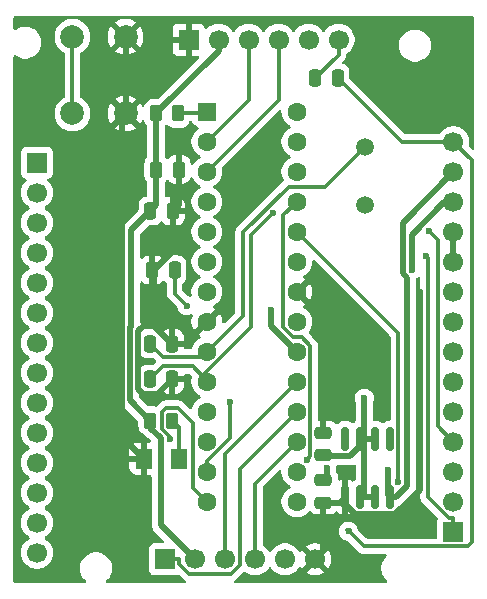
<source format=gbr>
%TF.GenerationSoftware,KiCad,Pcbnew,9.0.2*%
%TF.CreationDate,2025-07-07T19:43:33+05:30*%
%TF.ProjectId,Atmega328p_based,41746d65-6761-4333-9238-705f62617365,rev?*%
%TF.SameCoordinates,Original*%
%TF.FileFunction,Copper,L1,Top*%
%TF.FilePolarity,Positive*%
%FSLAX46Y46*%
G04 Gerber Fmt 4.6, Leading zero omitted, Abs format (unit mm)*
G04 Created by KiCad (PCBNEW 9.0.2) date 2025-07-07 19:43:33*
%MOMM*%
%LPD*%
G01*
G04 APERTURE LIST*
G04 Aperture macros list*
%AMRoundRect*
0 Rectangle with rounded corners*
0 $1 Rounding radius*
0 $2 $3 $4 $5 $6 $7 $8 $9 X,Y pos of 4 corners*
0 Add a 4 corners polygon primitive as box body*
4,1,4,$2,$3,$4,$5,$6,$7,$8,$9,$2,$3,0*
0 Add four circle primitives for the rounded corners*
1,1,$1+$1,$2,$3*
1,1,$1+$1,$4,$5*
1,1,$1+$1,$6,$7*
1,1,$1+$1,$8,$9*
0 Add four rect primitives between the rounded corners*
20,1,$1+$1,$2,$3,$4,$5,0*
20,1,$1+$1,$4,$5,$6,$7,0*
20,1,$1+$1,$6,$7,$8,$9,0*
20,1,$1+$1,$8,$9,$2,$3,0*%
G04 Aperture macros list end*
%TA.AperFunction,ComponentPad*%
%ADD10R,1.700000X1.700000*%
%TD*%
%TA.AperFunction,ComponentPad*%
%ADD11C,1.700000*%
%TD*%
%TA.AperFunction,SMDPad,CuDef*%
%ADD12RoundRect,0.250000X-0.250000X-0.475000X0.250000X-0.475000X0.250000X0.475000X-0.250000X0.475000X0*%
%TD*%
%TA.AperFunction,SMDPad,CuDef*%
%ADD13RoundRect,0.250000X-0.262500X-0.450000X0.262500X-0.450000X0.262500X0.450000X-0.262500X0.450000X0*%
%TD*%
%TA.AperFunction,ComponentPad*%
%ADD14RoundRect,0.250000X-0.550000X-0.550000X0.550000X-0.550000X0.550000X0.550000X-0.550000X0.550000X0*%
%TD*%
%TA.AperFunction,ComponentPad*%
%ADD15C,1.600000*%
%TD*%
%TA.AperFunction,SMDPad,CuDef*%
%ADD16RoundRect,0.150000X0.150000X-0.825000X0.150000X0.825000X-0.150000X0.825000X-0.150000X-0.825000X0*%
%TD*%
%TA.AperFunction,SMDPad,CuDef*%
%ADD17RoundRect,0.250000X-0.475000X0.250000X-0.475000X-0.250000X0.475000X-0.250000X0.475000X0.250000X0*%
%TD*%
%TA.AperFunction,ComponentPad*%
%ADD18C,1.500000*%
%TD*%
%TA.AperFunction,SMDPad,CuDef*%
%ADD19RoundRect,0.250000X0.475000X-0.250000X0.475000X0.250000X-0.475000X0.250000X-0.475000X-0.250000X0*%
%TD*%
%TA.AperFunction,ComponentPad*%
%ADD20C,2.000000*%
%TD*%
%TA.AperFunction,SMDPad,CuDef*%
%ADD21RoundRect,0.250000X0.250000X0.475000X-0.250000X0.475000X-0.250000X-0.475000X0.250000X-0.475000X0*%
%TD*%
%TA.AperFunction,SMDPad,CuDef*%
%ADD22RoundRect,0.250001X-0.462499X-0.624999X0.462499X-0.624999X0.462499X0.624999X-0.462499X0.624999X0*%
%TD*%
%TA.AperFunction,ViaPad*%
%ADD23C,0.600000*%
%TD*%
%TA.AperFunction,Conductor*%
%ADD24C,0.500000*%
%TD*%
%TA.AperFunction,Conductor*%
%ADD25C,0.300000*%
%TD*%
G04 APERTURE END LIST*
D10*
%TO.P,J3,1,Pin_1*%
%TO.N,/A0*%
X166750000Y-106200000D03*
D11*
%TO.P,J3,2,Pin_2*%
%TO.N,/A1*%
X166750000Y-103660000D03*
%TO.P,J3,3,Pin_3*%
%TO.N,/A2*%
X166750000Y-101120000D03*
%TO.P,J3,4,Pin_4*%
%TO.N,/A3*%
X166750000Y-98580000D03*
%TO.P,J3,5,Pin_5*%
%TO.N,/A4*%
X166750000Y-96040000D03*
%TO.P,J3,6,Pin_6*%
%TO.N,/A5*%
X166750000Y-93500000D03*
%TO.P,J3,7,Pin_7*%
%TO.N,/AREF*%
X166750000Y-90960000D03*
%TO.P,J3,8,Pin_8*%
%TO.N,unconnected-(J3-Pin_8-Pad8)*%
X166750000Y-88420000D03*
%TO.P,J3,9,Pin_9*%
%TO.N,unconnected-(J3-Pin_9-Pad9)*%
X166750000Y-85880000D03*
%TO.P,J3,10,Pin_10*%
%TO.N,GND*%
X166750000Y-83340000D03*
%TO.P,J3,11,Pin_11*%
X166750000Y-80800000D03*
%TO.P,J3,12,Pin_12*%
%TO.N,+5V*%
X166750000Y-78260000D03*
%TO.P,J3,13,Pin_13*%
%TO.N,Vin*%
X166750000Y-75720000D03*
%TO.P,J3,14,Pin_14*%
%TO.N,/RST *%
X166750000Y-73180000D03*
%TD*%
D12*
%TO.P,C2,1*%
%TO.N,/PB6*%
X141050000Y-90250000D03*
%TO.P,C2,2*%
%TO.N,GND*%
X142950000Y-90250000D03*
%TD*%
D13*
%TO.P,R1,1*%
%TO.N,+5V*%
X141587500Y-70750000D03*
%TO.P,R1,2*%
%TO.N,/RST *%
X143412500Y-70750000D03*
%TD*%
D14*
%TO.P,U1,1,~{RESET}/PC6*%
%TO.N,/RST *%
X145880000Y-70600000D03*
D15*
%TO.P,U1,2,PD0*%
%TO.N,/RX*%
X145880000Y-73140000D03*
%TO.P,U1,3,PD1*%
%TO.N,/TX*%
X145880000Y-75680000D03*
%TO.P,U1,4,PD2*%
%TO.N,/D2*%
X145880000Y-78220000D03*
%TO.P,U1,5,PD3*%
%TO.N,/D3*%
X145880000Y-80760000D03*
%TO.P,U1,6,PD4*%
%TO.N,/D4*%
X145880000Y-83300000D03*
%TO.P,U1,7,VCC*%
%TO.N,+5V*%
X145880000Y-85840000D03*
%TO.P,U1,8,GND*%
%TO.N,GND*%
X145880000Y-88380000D03*
%TO.P,U1,9,XTAL1/PB6*%
%TO.N,/PB6*%
X145880000Y-90920000D03*
%TO.P,U1,10,XTAL2/PB7*%
%TO.N,/PB7*%
X145880000Y-93460000D03*
%TO.P,U1,11,PD5*%
%TO.N,/D5*%
X145880000Y-96000000D03*
%TO.P,U1,12,PD6*%
%TO.N,/D6*%
X145880000Y-98540000D03*
%TO.P,U1,13,PD7*%
%TO.N,/D7*%
X145880000Y-101080000D03*
%TO.P,U1,14,PB0*%
%TO.N,/D8*%
X145880000Y-103620000D03*
%TO.P,U1,15,PB1*%
%TO.N,/D9*%
X153500000Y-103620000D03*
%TO.P,U1,16,PB2*%
%TO.N,/D10*%
X153500000Y-101080000D03*
%TO.P,U1,17,PB3*%
%TO.N,/ MOSI*%
X153500000Y-98540000D03*
%TO.P,U1,18,PB4*%
%TO.N,/MISO*%
X153500000Y-96000000D03*
%TO.P,U1,19,PB5*%
%TO.N,/SCK*%
X153500000Y-93460000D03*
%TO.P,U1,20,AVCC*%
%TO.N,+5V*%
X153500000Y-90920000D03*
%TO.P,U1,21,AREF*%
%TO.N,/AREF*%
X153500000Y-88380000D03*
%TO.P,U1,22,GND*%
%TO.N,GND*%
X153500000Y-85840000D03*
%TO.P,U1,23,PC0*%
%TO.N,/A0*%
X153500000Y-83300000D03*
%TO.P,U1,24,PC1*%
%TO.N,/A1*%
X153500000Y-80760000D03*
%TO.P,U1,25,PC2*%
%TO.N,/A2*%
X153500000Y-78220000D03*
%TO.P,U1,26,PC3*%
%TO.N,/A3*%
X153500000Y-75680000D03*
%TO.P,U1,27,PC4*%
%TO.N,/SDA*%
X153500000Y-73140000D03*
%TO.P,U1,28,PC5*%
%TO.N,/SCL*%
X153500000Y-70600000D03*
%TD*%
D16*
%TO.P,U2,1,GND*%
%TO.N,GND*%
X157595000Y-103225000D03*
%TO.P,U2,2,VO*%
%TO.N,+5V*%
X158865000Y-103225000D03*
%TO.P,U2,3,VO*%
X160135000Y-103225000D03*
%TO.P,U2,4,VI*%
%TO.N,Vin*%
X161405000Y-103225000D03*
%TO.P,U2,5,NC*%
%TO.N,unconnected-(U2-NC-Pad5)*%
X161405000Y-98275000D03*
%TO.P,U2,6,VO*%
%TO.N,+5V*%
X160135000Y-98275000D03*
%TO.P,U2,7,VO*%
X158865000Y-98275000D03*
%TO.P,U2,8,NC*%
%TO.N,unconnected-(U2-NC-Pad8)*%
X157595000Y-98275000D03*
%TD*%
D17*
%TO.P,C7,1*%
%TO.N,Vin*%
X155750000Y-101800000D03*
%TO.P,C7,2*%
%TO.N,GND*%
X155750000Y-103700000D03*
%TD*%
D12*
%TO.P,C4,1*%
%TO.N,+5V*%
X141100000Y-79000000D03*
%TO.P,C4,2*%
%TO.N,GND*%
X143000000Y-79000000D03*
%TD*%
D18*
%TO.P,Y1,1,1*%
%TO.N,/PB7*%
X159250000Y-78500000D03*
%TO.P,Y1,2,2*%
%TO.N,/PB6*%
X159250000Y-73620000D03*
%TD*%
D13*
%TO.P,R2,1*%
%TO.N,+5V*%
X141100000Y-96750000D03*
%TO.P,R2,2*%
%TO.N,/LED*%
X142925000Y-96750000D03*
%TD*%
D10*
%TO.P,J1,1,MISO*%
%TO.N,/MISO*%
X142340000Y-108500000D03*
D11*
%TO.P,J1,2,VCC*%
%TO.N,+5V*%
X144880000Y-108500000D03*
%TO.P,J1,3,SCK*%
%TO.N,/SCK*%
X147420000Y-108500000D03*
%TO.P,J1,4,MOSI*%
%TO.N,/ MOSI*%
X149960000Y-108500000D03*
%TO.P,J1,5,~{RST}*%
%TO.N,/RST *%
X152500000Y-108500000D03*
%TO.P,J1,6,GND*%
%TO.N,GND*%
X155040000Y-108500000D03*
%TD*%
D10*
%TO.P,J2,1,Pin_1*%
%TO.N,/RX*%
X131500000Y-74920000D03*
D11*
%TO.P,J2,2,Pin_2*%
%TO.N,/TX*%
X131500000Y-77460000D03*
%TO.P,J2,3,Pin_3*%
%TO.N,/D2*%
X131500000Y-80000000D03*
%TO.P,J2,4,Pin_4*%
%TO.N,/D3*%
X131500000Y-82540000D03*
%TO.P,J2,5,Pin_5*%
%TO.N,/D4*%
X131500000Y-85080000D03*
%TO.P,J2,6,Pin_6*%
%TO.N,/D5*%
X131500000Y-87620000D03*
%TO.P,J2,7,Pin_7*%
%TO.N,/D6*%
X131500000Y-90160000D03*
%TO.P,J2,8,Pin_8*%
%TO.N,/D7*%
X131500000Y-92700000D03*
%TO.P,J2,9,Pin_9*%
%TO.N,/D8*%
X131500000Y-95240000D03*
%TO.P,J2,10,Pin_10*%
%TO.N,/D9*%
X131500000Y-97780000D03*
%TO.P,J2,11,Pin_11*%
%TO.N,/D10*%
X131500000Y-100320000D03*
%TO.P,J2,12,Pin_12*%
%TO.N,/ MOSI*%
X131500000Y-102860000D03*
%TO.P,J2,13,Pin_13*%
%TO.N,/ MISO*%
X131500000Y-105400000D03*
%TO.P,J2,14,Pin_14*%
%TO.N,/SCK*%
X131500000Y-107940000D03*
%TD*%
D19*
%TO.P,C8,1*%
%TO.N,+5V*%
X155750000Y-99700000D03*
%TO.P,C8,2*%
%TO.N,GND*%
X155750000Y-97800000D03*
%TD*%
D12*
%TO.P,C1,1*%
%TO.N,/PB7*%
X141050000Y-93250000D03*
%TO.P,C1,2*%
%TO.N,GND*%
X142950000Y-93250000D03*
%TD*%
D20*
%TO.P,SW1,1,1*%
%TO.N,/RST *%
X134500000Y-70750000D03*
X134500000Y-64250000D03*
%TO.P,SW1,2,2*%
%TO.N,GND*%
X139000000Y-70750000D03*
X139000000Y-64250000D03*
%TD*%
D12*
%TO.P,C6,1*%
%TO.N,GND*%
X141250000Y-84000000D03*
%TO.P,C6,2*%
%TO.N,/AREF*%
X143150000Y-84000000D03*
%TD*%
D10*
%TO.P,J5,1,Pin_1*%
%TO.N,GND*%
X144340000Y-64500000D03*
D11*
%TO.P,J5,2,Pin_2*%
%TO.N,+5V*%
X146880000Y-64500000D03*
%TO.P,J5,3,Pin_3*%
%TO.N,/RX*%
X149420000Y-64500000D03*
%TO.P,J5,4,Pin_4*%
%TO.N,/TX*%
X151960000Y-64500000D03*
%TO.P,J5,5,Pin_5*%
%TO.N,/CTS - AVR*%
X154500000Y-64500000D03*
%TO.P,J5,6,Pin_6*%
%TO.N,/DTR - AVR*%
X157040000Y-64500000D03*
%TD*%
D12*
%TO.P,C3,1*%
%TO.N,+5V*%
X141600000Y-75500000D03*
%TO.P,C3,2*%
%TO.N,GND*%
X143500000Y-75500000D03*
%TD*%
D21*
%TO.P,C5,1*%
%TO.N,/RST *%
X156950000Y-67750000D03*
%TO.P,C5,2*%
%TO.N,/DTR - AVR*%
X155050000Y-67750000D03*
%TD*%
D22*
%TO.P,D1,1,K*%
%TO.N,GND*%
X140525000Y-100000000D03*
%TO.P,D1,2,A*%
%TO.N,/LED*%
X143500000Y-100000000D03*
%TD*%
D23*
%TO.N,GND*%
X163945700Y-85840000D03*
X144168300Y-72129800D03*
%TO.N,+5V*%
X151352000Y-87426400D03*
X163224600Y-83994500D03*
X139497000Y-88732100D03*
X159221200Y-94836100D03*
%TO.N,/RST *%
X157875000Y-106125000D03*
%TO.N,/AREF*%
X144168800Y-87018200D03*
%TO.N,/D7*%
X147840300Y-95181900D03*
%TO.N,/D8*%
X142734400Y-98287500D03*
%TO.N,/A3*%
X164654200Y-80736100D03*
%TO.N,/A0*%
X164434500Y-82786900D03*
%TO.N,/A2*%
X154346000Y-100077300D03*
%TO.N,/A1*%
X162089500Y-101974200D03*
%TO.N,Vin*%
X161212200Y-100950700D03*
X156019000Y-100763100D03*
%TO.N,/PB7*%
X151509200Y-79166300D03*
%TD*%
D24*
%TO.N,GND*%
X139000000Y-64250000D02*
X139000000Y-70750000D01*
X143000000Y-79000000D02*
X143000000Y-82419700D01*
X155750000Y-103700000D02*
X157120000Y-103700000D01*
X144168300Y-72129800D02*
X143500000Y-72798100D01*
X155040000Y-108500000D02*
X155750000Y-107790000D01*
X143500000Y-72798100D02*
X143500000Y-75500000D01*
X138682400Y-71067600D02*
X139000000Y-70750000D01*
X144010000Y-90250000D02*
X142950000Y-90250000D01*
X145880000Y-88380000D02*
X144010000Y-90250000D01*
X140085800Y-94049400D02*
X140085800Y-89206400D01*
X141419700Y-84000000D02*
X141250000Y-84000000D01*
X163945700Y-102586700D02*
X161838300Y-104694100D01*
X141721400Y-94478600D02*
X140515000Y-94478600D01*
X161838300Y-104694100D02*
X158437100Y-104694100D01*
X158437100Y-104694100D02*
X157595000Y-103852000D01*
X155750000Y-107790000D02*
X155750000Y-103700000D01*
X166750000Y-80800000D02*
X166750000Y-83340000D01*
X143000000Y-79000000D02*
X143500000Y-78500000D01*
X138682400Y-98157400D02*
X138682400Y-71067600D01*
X155750000Y-88090000D02*
X153500000Y-85840000D01*
X142950000Y-93250000D02*
X141721400Y-94478600D01*
X141250000Y-88042200D02*
X141250000Y-84000000D01*
X157120000Y-103700000D02*
X157595000Y-103225000D01*
X163945700Y-85840000D02*
X163945700Y-102586700D01*
X157595000Y-103852000D02*
X157595000Y-103225000D01*
X140525000Y-100000000D02*
X138682400Y-98157400D01*
X141419700Y-88719700D02*
X142950000Y-90250000D01*
X140515000Y-94478600D02*
X140085800Y-94049400D01*
X143000000Y-82419700D02*
X141419700Y-84000000D01*
X143500000Y-78500000D02*
X143500000Y-75500000D01*
X141419700Y-84000000D02*
X141419700Y-88719700D01*
X140085800Y-89206400D02*
X141250000Y-88042200D01*
X155750000Y-97800000D02*
X155750000Y-88090000D01*
%TO.N,+5V*%
X158865000Y-98275000D02*
X159221200Y-98275000D01*
X141100000Y-96750000D02*
X141100000Y-97340600D01*
X151352000Y-88772000D02*
X151352000Y-87426400D01*
X141100000Y-96750000D02*
X139384100Y-95034100D01*
X141600000Y-75500000D02*
X141587500Y-75487500D01*
X153500000Y-90920000D02*
X151352000Y-88772000D01*
X141600000Y-78500000D02*
X141100000Y-79000000D01*
X141100000Y-79000000D02*
X139497000Y-80603000D01*
X146880000Y-65457500D02*
X146880000Y-64500000D01*
X158013500Y-99761600D02*
X158865000Y-98910100D01*
X139384100Y-95034100D02*
X139384100Y-88845000D01*
X159221200Y-103225000D02*
X159221200Y-98275000D01*
X155750000Y-99700000D02*
X155811600Y-99761600D01*
X141600000Y-75500000D02*
X141600000Y-78500000D01*
X165975100Y-78260000D02*
X163224700Y-81010400D01*
X158865000Y-98910100D02*
X158865000Y-98275000D01*
X139497000Y-80603000D02*
X139497000Y-88732100D01*
X141100000Y-97340600D02*
X141961300Y-98201900D01*
X159221200Y-98275000D02*
X159221200Y-94836100D01*
X163224700Y-81010400D02*
X163224700Y-83994500D01*
X141587500Y-75487500D02*
X141587500Y-70750000D01*
X155811600Y-99761600D02*
X158013500Y-99761600D01*
X159221200Y-98275000D02*
X160135000Y-98275000D01*
X166750000Y-78260000D02*
X165975100Y-78260000D01*
X159221200Y-103225000D02*
X160135000Y-103225000D01*
X163224700Y-83994500D02*
X163224600Y-83994500D01*
X141961300Y-105581300D02*
X144880000Y-108500000D01*
X141587500Y-70750000D02*
X146880000Y-65457500D01*
X158865000Y-103225000D02*
X159221200Y-103225000D01*
X141961300Y-98201900D02*
X141961300Y-105581300D01*
X139384100Y-88845000D02*
X139497000Y-88732100D01*
D25*
%TO.N,/RST *%
X156950000Y-67750000D02*
X162380000Y-73180000D01*
X157875000Y-106125000D02*
X157750000Y-106000000D01*
X134500000Y-64250000D02*
X134500000Y-70750000D01*
X168295000Y-106758700D02*
X168295000Y-74725000D01*
X159151000Y-107401000D02*
X157875000Y-106125000D01*
X168295000Y-74725000D02*
X166750000Y-73180000D01*
X167951000Y-107401000D02*
X159151000Y-107401000D01*
X168295000Y-107057000D02*
X167951000Y-107401000D01*
X162380000Y-73180000D02*
X166750000Y-73180000D01*
X168295000Y-106758700D02*
X168295000Y-107057000D01*
X143412500Y-70750000D02*
X145730000Y-70750000D01*
X145730000Y-70750000D02*
X145880000Y-70600000D01*
%TO.N,/AREF*%
X144168800Y-87018200D02*
X143150000Y-85999400D01*
X143150000Y-85999400D02*
X143150000Y-84000000D01*
%TO.N,/DTR - AVR*%
X157040000Y-64500000D02*
X157040000Y-65760000D01*
X157040000Y-65760000D02*
X155050000Y-67750000D01*
%TO.N,/D7*%
X145880000Y-101080000D02*
X145880000Y-100168800D01*
X147840300Y-98208500D02*
X147840300Y-95181900D01*
X145880000Y-100168800D02*
X147840300Y-98208500D01*
%TO.N,/D8*%
X144728300Y-96988600D02*
X143437000Y-95697300D01*
X142059800Y-97449500D02*
X142413000Y-97802700D01*
X143437000Y-95697300D02*
X142413000Y-95697300D01*
X145880000Y-103620000D02*
X144728300Y-102468300D01*
X142413000Y-95697300D02*
X142059800Y-96050500D01*
X142059800Y-96050500D02*
X142059800Y-97449500D01*
X142413100Y-97802700D02*
X142734400Y-98124000D01*
X142734400Y-98124000D02*
X142734400Y-98287500D01*
X144728300Y-102468300D02*
X144728300Y-96988600D01*
X142413000Y-97802700D02*
X142413100Y-97802700D01*
%TO.N,/A3*%
X165410200Y-97240200D02*
X166750000Y-98580000D01*
X164654200Y-80736100D02*
X165410200Y-81492100D01*
X165410200Y-81492100D02*
X165410200Y-97240200D01*
%TO.N,/A0*%
X166750000Y-106200000D02*
X166750000Y-104998300D01*
X166750000Y-104998300D02*
X166374500Y-104998300D01*
X166374500Y-104998300D02*
X164597400Y-103221200D01*
X164597400Y-103221200D02*
X164597400Y-82949800D01*
X164597400Y-82949800D02*
X164434500Y-82786900D01*
%TO.N,/A2*%
X154651700Y-90406400D02*
X154651700Y-99771600D01*
X153500000Y-78220000D02*
X152341700Y-79378300D01*
X153895300Y-89650000D02*
X154651700Y-90406400D01*
X153140400Y-89650000D02*
X153895300Y-89650000D01*
X152341700Y-79378300D02*
X152341700Y-88851300D01*
X154651700Y-99771600D02*
X154346000Y-100077300D01*
X152341700Y-88851300D02*
X153140400Y-89650000D01*
%TO.N,/A1*%
X162089500Y-89349500D02*
X162089500Y-101974200D01*
X153500000Y-80760000D02*
X162089500Y-89349500D01*
D24*
%TO.N,Vin*%
X156019000Y-101531000D02*
X155750000Y-101800000D01*
X162841200Y-84674100D02*
X162841200Y-102285600D01*
X161901800Y-103225000D02*
X161405000Y-103225000D01*
X156019000Y-100763100D02*
X156019000Y-101531000D01*
X166750000Y-75720000D02*
X162457400Y-80012600D01*
X162457400Y-84290300D02*
X162841200Y-84674100D01*
X161212200Y-103032200D02*
X161212200Y-100950700D01*
X162841200Y-102285600D02*
X161901800Y-103225000D01*
X161405000Y-103225000D02*
X161212200Y-103032200D01*
X162457400Y-80012600D02*
X162457400Y-84290300D01*
D25*
%TO.N,/PB7*%
X145502500Y-93082500D02*
X145880000Y-93460000D01*
X144704400Y-92143900D02*
X145502500Y-92942000D01*
X149615700Y-81059800D02*
X151509200Y-79166300D01*
X145502500Y-92942000D02*
X145502500Y-93082500D01*
X142156100Y-92143900D02*
X144704400Y-92143900D01*
X141050000Y-93250000D02*
X142156100Y-92143900D01*
X149615700Y-88828800D02*
X149615700Y-81059800D01*
X145502500Y-92942000D02*
X149615700Y-88828800D01*
%TO.N,/PB6*%
X155920000Y-76950000D02*
X152804000Y-76950000D01*
X148937400Y-80816600D02*
X148937400Y-87862600D01*
X148937400Y-87862600D02*
X145880000Y-90920000D01*
X145880000Y-90920000D02*
X145465000Y-91335000D01*
X142135000Y-91335000D02*
X141050000Y-90250000D01*
X152804000Y-76950000D02*
X148937400Y-80816600D01*
X159250000Y-73620000D02*
X155920000Y-76950000D01*
X145465000Y-91335000D02*
X142135000Y-91335000D01*
%TO.N,/LED*%
X143500000Y-100000000D02*
X143500000Y-97325000D01*
X143500000Y-97325000D02*
X142925000Y-96750000D01*
%TO.N,/SCK*%
X147420000Y-108500000D02*
X147420000Y-99540000D01*
X147420000Y-99540000D02*
X153500000Y-93460000D01*
%TO.N,/ MOSI*%
X149960000Y-108500000D02*
X149960000Y-102080000D01*
X149960000Y-102080000D02*
X153500000Y-98540000D01*
%TO.N,/MISO*%
X142340000Y-108500000D02*
X143541700Y-108500000D01*
X148690000Y-108948400D02*
X147936700Y-109701700D01*
X143541700Y-108875600D02*
X143541700Y-108500000D01*
X148690000Y-100810000D02*
X148690000Y-108948400D01*
X153500000Y-96000000D02*
X148690000Y-100810000D01*
X147936700Y-109701700D02*
X144367800Y-109701700D01*
X144367800Y-109701700D02*
X143541700Y-108875600D01*
%TO.N,/TX*%
X151960000Y-69600000D02*
X145880000Y-75680000D01*
X151960000Y-64500000D02*
X151960000Y-69600000D01*
%TO.N,/RX*%
X149420000Y-69600000D02*
X145880000Y-73140000D01*
X149420000Y-64500000D02*
X149420000Y-69600000D01*
%TD*%
%TA.AperFunction,Conductor*%
%TO.N,GND*%
G36*
X168442539Y-62520185D02*
G01*
X168488294Y-62572989D01*
X168499500Y-62624500D01*
X168499500Y-73710192D01*
X168479815Y-73777231D01*
X168427011Y-73822986D01*
X168357853Y-73832930D01*
X168294297Y-73803905D01*
X168287819Y-73797873D01*
X168100657Y-73610711D01*
X168067172Y-73549388D01*
X168067689Y-73501245D01*
X168066484Y-73501055D01*
X168100500Y-73286286D01*
X168100500Y-73073713D01*
X168067246Y-72863760D01*
X168067246Y-72863757D01*
X168001557Y-72661588D01*
X167905051Y-72472184D01*
X167905049Y-72472181D01*
X167905048Y-72472179D01*
X167780109Y-72300213D01*
X167629786Y-72149890D01*
X167457820Y-72024951D01*
X167268414Y-71928444D01*
X167268413Y-71928443D01*
X167268412Y-71928443D01*
X167066243Y-71862754D01*
X167066241Y-71862753D01*
X167066240Y-71862753D01*
X166889825Y-71834812D01*
X166856287Y-71829500D01*
X166643713Y-71829500D01*
X166610175Y-71834812D01*
X166433760Y-71862753D01*
X166231585Y-71928444D01*
X166042179Y-72024951D01*
X165870213Y-72149890D01*
X165719890Y-72300213D01*
X165592085Y-72476125D01*
X165590740Y-72475148D01*
X165544295Y-72517166D01*
X165490382Y-72529500D01*
X162700808Y-72529500D01*
X162633769Y-72509815D01*
X162613127Y-72493181D01*
X157986818Y-67866872D01*
X157953333Y-67805549D01*
X157950499Y-67779191D01*
X157950499Y-67224998D01*
X157950498Y-67224981D01*
X157939999Y-67122203D01*
X157939998Y-67122200D01*
X157884814Y-66955666D01*
X157792712Y-66806344D01*
X157668656Y-66682288D01*
X157519334Y-66590186D01*
X157417550Y-66556458D01*
X157360106Y-66516685D01*
X157333283Y-66452169D01*
X157345598Y-66383393D01*
X157368870Y-66351075D01*
X157545277Y-66174669D01*
X157616465Y-66068127D01*
X157665501Y-65949744D01*
X157674391Y-65905051D01*
X157690500Y-65824069D01*
X157690500Y-65752875D01*
X157691230Y-65746179D01*
X157702165Y-65719888D01*
X157710185Y-65692578D01*
X157715819Y-65687063D01*
X157718064Y-65681667D01*
X157729227Y-65673940D01*
X157744592Y-65658902D01*
X157743874Y-65657914D01*
X157747811Y-65655053D01*
X157747816Y-65655051D01*
X157919792Y-65530104D01*
X158070104Y-65379792D01*
X158070106Y-65379788D01*
X158070109Y-65379786D01*
X158195048Y-65207820D01*
X158195047Y-65207820D01*
X158195051Y-65207816D01*
X158291557Y-65018412D01*
X158332074Y-64893713D01*
X162149500Y-64893713D01*
X162149500Y-65106286D01*
X162175178Y-65268414D01*
X162182754Y-65316243D01*
X162228755Y-65457820D01*
X162248444Y-65518414D01*
X162344951Y-65707820D01*
X162469890Y-65879786D01*
X162620213Y-66030109D01*
X162792179Y-66155048D01*
X162792181Y-66155049D01*
X162792184Y-66155051D01*
X162981588Y-66251557D01*
X163183757Y-66317246D01*
X163393713Y-66350500D01*
X163393714Y-66350500D01*
X163606286Y-66350500D01*
X163606287Y-66350500D01*
X163816243Y-66317246D01*
X164018412Y-66251557D01*
X164207816Y-66155051D01*
X164282900Y-66100500D01*
X164379786Y-66030109D01*
X164379788Y-66030106D01*
X164379792Y-66030104D01*
X164530104Y-65879792D01*
X164530106Y-65879788D01*
X164530109Y-65879786D01*
X164655048Y-65707820D01*
X164655047Y-65707820D01*
X164655051Y-65707816D01*
X164751557Y-65518412D01*
X164817246Y-65316243D01*
X164850500Y-65106287D01*
X164850500Y-64893713D01*
X164817246Y-64683757D01*
X164751557Y-64481588D01*
X164655051Y-64292184D01*
X164655049Y-64292181D01*
X164655048Y-64292179D01*
X164530109Y-64120213D01*
X164379786Y-63969890D01*
X164207820Y-63844951D01*
X164018414Y-63748444D01*
X164018413Y-63748443D01*
X164018412Y-63748443D01*
X163816243Y-63682754D01*
X163816241Y-63682753D01*
X163816240Y-63682753D01*
X163654957Y-63657208D01*
X163606287Y-63649500D01*
X163393713Y-63649500D01*
X163345042Y-63657208D01*
X163183760Y-63682753D01*
X162981585Y-63748444D01*
X162792179Y-63844951D01*
X162620213Y-63969890D01*
X162469890Y-64120213D01*
X162344951Y-64292179D01*
X162248444Y-64481585D01*
X162182753Y-64683760D01*
X162149500Y-64893713D01*
X158332074Y-64893713D01*
X158357246Y-64816243D01*
X158390500Y-64606287D01*
X158390500Y-64393713D01*
X158357246Y-64183757D01*
X158291557Y-63981588D01*
X158195051Y-63792184D01*
X158195049Y-63792181D01*
X158195048Y-63792179D01*
X158070109Y-63620213D01*
X157919786Y-63469890D01*
X157747820Y-63344951D01*
X157558414Y-63248444D01*
X157558413Y-63248443D01*
X157558412Y-63248443D01*
X157356243Y-63182754D01*
X157356241Y-63182753D01*
X157356240Y-63182753D01*
X157194957Y-63157208D01*
X157146287Y-63149500D01*
X156933713Y-63149500D01*
X156885042Y-63157208D01*
X156723760Y-63182753D01*
X156521585Y-63248444D01*
X156332179Y-63344951D01*
X156160213Y-63469890D01*
X156009890Y-63620213D01*
X155884949Y-63792182D01*
X155880484Y-63800946D01*
X155832509Y-63851742D01*
X155764688Y-63868536D01*
X155698553Y-63845998D01*
X155659516Y-63800946D01*
X155655050Y-63792182D01*
X155530109Y-63620213D01*
X155379786Y-63469890D01*
X155207820Y-63344951D01*
X155018414Y-63248444D01*
X155018413Y-63248443D01*
X155018412Y-63248443D01*
X154816243Y-63182754D01*
X154816241Y-63182753D01*
X154816240Y-63182753D01*
X154654957Y-63157208D01*
X154606287Y-63149500D01*
X154393713Y-63149500D01*
X154345042Y-63157208D01*
X154183760Y-63182753D01*
X153981585Y-63248444D01*
X153792179Y-63344951D01*
X153620213Y-63469890D01*
X153469890Y-63620213D01*
X153344949Y-63792182D01*
X153340484Y-63800946D01*
X153292509Y-63851742D01*
X153224688Y-63868536D01*
X153158553Y-63845998D01*
X153119516Y-63800946D01*
X153115050Y-63792182D01*
X152990109Y-63620213D01*
X152839786Y-63469890D01*
X152667820Y-63344951D01*
X152478414Y-63248444D01*
X152478413Y-63248443D01*
X152478412Y-63248443D01*
X152276243Y-63182754D01*
X152276241Y-63182753D01*
X152276240Y-63182753D01*
X152114957Y-63157208D01*
X152066287Y-63149500D01*
X151853713Y-63149500D01*
X151805042Y-63157208D01*
X151643760Y-63182753D01*
X151441585Y-63248444D01*
X151252179Y-63344951D01*
X151080213Y-63469890D01*
X150929890Y-63620213D01*
X150804949Y-63792182D01*
X150800484Y-63800946D01*
X150752509Y-63851742D01*
X150684688Y-63868536D01*
X150618553Y-63845998D01*
X150579516Y-63800946D01*
X150575050Y-63792182D01*
X150450109Y-63620213D01*
X150299786Y-63469890D01*
X150127820Y-63344951D01*
X149938414Y-63248444D01*
X149938413Y-63248443D01*
X149938412Y-63248443D01*
X149736243Y-63182754D01*
X149736241Y-63182753D01*
X149736240Y-63182753D01*
X149574957Y-63157208D01*
X149526287Y-63149500D01*
X149313713Y-63149500D01*
X149265042Y-63157208D01*
X149103760Y-63182753D01*
X148901585Y-63248444D01*
X148712179Y-63344951D01*
X148540213Y-63469890D01*
X148389890Y-63620213D01*
X148264949Y-63792182D01*
X148260484Y-63800946D01*
X148212509Y-63851742D01*
X148144688Y-63868536D01*
X148078553Y-63845998D01*
X148039516Y-63800946D01*
X148035050Y-63792182D01*
X147910109Y-63620213D01*
X147759786Y-63469890D01*
X147587820Y-63344951D01*
X147398414Y-63248444D01*
X147398413Y-63248443D01*
X147398412Y-63248443D01*
X147196243Y-63182754D01*
X147196241Y-63182753D01*
X147196240Y-63182753D01*
X147034957Y-63157208D01*
X146986287Y-63149500D01*
X146773713Y-63149500D01*
X146725042Y-63157208D01*
X146563760Y-63182753D01*
X146361585Y-63248444D01*
X146172179Y-63344951D01*
X146000215Y-63469889D01*
X145886285Y-63583819D01*
X145824962Y-63617303D01*
X145755270Y-63612319D01*
X145699337Y-63570447D01*
X145682422Y-63539470D01*
X145633354Y-63407913D01*
X145633350Y-63407906D01*
X145547190Y-63292812D01*
X145547187Y-63292809D01*
X145432093Y-63206649D01*
X145432086Y-63206645D01*
X145297379Y-63156403D01*
X145297372Y-63156401D01*
X145237844Y-63150000D01*
X144590000Y-63150000D01*
X144590000Y-64066988D01*
X144532993Y-64034075D01*
X144405826Y-64000000D01*
X144274174Y-64000000D01*
X144147007Y-64034075D01*
X144090000Y-64066988D01*
X144090000Y-63150000D01*
X143442155Y-63150000D01*
X143382627Y-63156401D01*
X143382620Y-63156403D01*
X143247913Y-63206645D01*
X143247906Y-63206649D01*
X143132812Y-63292809D01*
X143132809Y-63292812D01*
X143046649Y-63407906D01*
X143046645Y-63407913D01*
X142996403Y-63542620D01*
X142996401Y-63542627D01*
X142990000Y-63602155D01*
X142990000Y-64250000D01*
X143906988Y-64250000D01*
X143874075Y-64307007D01*
X143840000Y-64434174D01*
X143840000Y-64565826D01*
X143874075Y-64692993D01*
X143906988Y-64750000D01*
X142990000Y-64750000D01*
X142990000Y-65397844D01*
X142996401Y-65457372D01*
X142996403Y-65457379D01*
X143046645Y-65592086D01*
X143046649Y-65592093D01*
X143132809Y-65707187D01*
X143132812Y-65707190D01*
X143247906Y-65793350D01*
X143247913Y-65793354D01*
X143382620Y-65843596D01*
X143382627Y-65843598D01*
X143442155Y-65849999D01*
X143442172Y-65850000D01*
X144090000Y-65850000D01*
X144090000Y-64933012D01*
X144147007Y-64965925D01*
X144274174Y-65000000D01*
X144405826Y-65000000D01*
X144532993Y-64965925D01*
X144590000Y-64933012D01*
X144590000Y-65850000D01*
X145126770Y-65850000D01*
X145193809Y-65869685D01*
X145239564Y-65922489D01*
X145249508Y-65991647D01*
X145220483Y-66055203D01*
X145214451Y-66061681D01*
X141762949Y-69513181D01*
X141701626Y-69546666D01*
X141675268Y-69549500D01*
X141274998Y-69549500D01*
X141274980Y-69549501D01*
X141172203Y-69560000D01*
X141172200Y-69560001D01*
X141005668Y-69615185D01*
X141005663Y-69615187D01*
X140856342Y-69707289D01*
X140732289Y-69831342D01*
X140640187Y-69980663D01*
X140640186Y-69980666D01*
X140596172Y-70113491D01*
X140556399Y-70170935D01*
X140491883Y-70197758D01*
X140423107Y-70185443D01*
X140371907Y-70137899D01*
X140367981Y-70130781D01*
X140282914Y-69963828D01*
X140222658Y-69880894D01*
X140222658Y-69880893D01*
X139523787Y-70579765D01*
X139512518Y-70537708D01*
X139440110Y-70412292D01*
X139337708Y-70309890D01*
X139212292Y-70237482D01*
X139170234Y-70226212D01*
X139869105Y-69527340D01*
X139869104Y-69527338D01*
X139786174Y-69467087D01*
X139575802Y-69359897D01*
X139351247Y-69286934D01*
X139351248Y-69286934D01*
X139118052Y-69250000D01*
X138881948Y-69250000D01*
X138648752Y-69286934D01*
X138424197Y-69359897D01*
X138213830Y-69467084D01*
X138130894Y-69527340D01*
X138829766Y-70226212D01*
X138787708Y-70237482D01*
X138662292Y-70309890D01*
X138559890Y-70412292D01*
X138487482Y-70537708D01*
X138476212Y-70579766D01*
X137777340Y-69880894D01*
X137717084Y-69963830D01*
X137609897Y-70174197D01*
X137536934Y-70398752D01*
X137500000Y-70631947D01*
X137500000Y-70868052D01*
X137536934Y-71101247D01*
X137609897Y-71325802D01*
X137717087Y-71536174D01*
X137777338Y-71619104D01*
X137777340Y-71619105D01*
X138476212Y-70920233D01*
X138487482Y-70962292D01*
X138559890Y-71087708D01*
X138662292Y-71190110D01*
X138787708Y-71262518D01*
X138829765Y-71273787D01*
X138130893Y-71972658D01*
X138213828Y-72032914D01*
X138424197Y-72140102D01*
X138648752Y-72213065D01*
X138648751Y-72213065D01*
X138881948Y-72250000D01*
X139118052Y-72250000D01*
X139351247Y-72213065D01*
X139575802Y-72140102D01*
X139786163Y-72032918D01*
X139786169Y-72032914D01*
X139869104Y-71972658D01*
X139869105Y-71972658D01*
X139170233Y-71273787D01*
X139212292Y-71262518D01*
X139337708Y-71190110D01*
X139440110Y-71087708D01*
X139512518Y-70962292D01*
X139523787Y-70920234D01*
X140222658Y-71619105D01*
X140222658Y-71619104D01*
X140282914Y-71536169D01*
X140282921Y-71536158D01*
X140367981Y-71369219D01*
X140415955Y-71318422D01*
X140483776Y-71301627D01*
X140549911Y-71324164D01*
X140593363Y-71378879D01*
X140596172Y-71386509D01*
X140640185Y-71519331D01*
X140640187Y-71519336D01*
X140732289Y-71668657D01*
X140800681Y-71737049D01*
X140834166Y-71798372D01*
X140837000Y-71824730D01*
X140837000Y-74425270D01*
X140817315Y-74492309D01*
X140800681Y-74512951D01*
X140757289Y-74556342D01*
X140665187Y-74705663D01*
X140665185Y-74705668D01*
X140665115Y-74705880D01*
X140610001Y-74872203D01*
X140610001Y-74872204D01*
X140610000Y-74872204D01*
X140599500Y-74974983D01*
X140599500Y-76025001D01*
X140599501Y-76025019D01*
X140610000Y-76127796D01*
X140610001Y-76127799D01*
X140642877Y-76227011D01*
X140665186Y-76294334D01*
X140757096Y-76443345D01*
X140757289Y-76443657D01*
X140813181Y-76499549D01*
X140846666Y-76560872D01*
X140849500Y-76587230D01*
X140849500Y-77657465D01*
X140829815Y-77724504D01*
X140777011Y-77770259D01*
X140738102Y-77780823D01*
X140697202Y-77785001D01*
X140697200Y-77785001D01*
X140530668Y-77840185D01*
X140530663Y-77840187D01*
X140381342Y-77932289D01*
X140257289Y-78056342D01*
X140165187Y-78205663D01*
X140165185Y-78205668D01*
X140164686Y-78207174D01*
X140110001Y-78372203D01*
X140110001Y-78372204D01*
X140110000Y-78372204D01*
X140099500Y-78474983D01*
X140099500Y-78887769D01*
X140079815Y-78954808D01*
X140063181Y-78975450D01*
X138914052Y-80124578D01*
X138914046Y-80124585D01*
X138869604Y-80191098D01*
X138869605Y-80191099D01*
X138831914Y-80247508D01*
X138775343Y-80384082D01*
X138775340Y-80384092D01*
X138746500Y-80529079D01*
X138746500Y-88410757D01*
X138726815Y-88477796D01*
X138725609Y-88479636D01*
X138719773Y-88488372D01*
X138719014Y-88489508D01*
X138662443Y-88626082D01*
X138662440Y-88626092D01*
X138633600Y-88771079D01*
X138633600Y-88771082D01*
X138633600Y-95108018D01*
X138633600Y-95108020D01*
X138633599Y-95108020D01*
X138662440Y-95253007D01*
X138662443Y-95253017D01*
X138719012Y-95389588D01*
X138719016Y-95389595D01*
X138741692Y-95423532D01*
X138741693Y-95423535D01*
X138801146Y-95512514D01*
X138801152Y-95512521D01*
X140050681Y-96762049D01*
X140084166Y-96823372D01*
X140087000Y-96849730D01*
X140087000Y-97250001D01*
X140087001Y-97250019D01*
X140097500Y-97352796D01*
X140097501Y-97352799D01*
X140152685Y-97519331D01*
X140152686Y-97519334D01*
X140244788Y-97668656D01*
X140368844Y-97792712D01*
X140518166Y-97884814D01*
X140587004Y-97907624D01*
X140635680Y-97937648D01*
X140900610Y-98202578D01*
X141111352Y-98413319D01*
X141144837Y-98474642D01*
X141139853Y-98544333D01*
X141097982Y-98600267D01*
X141032517Y-98624684D01*
X141023671Y-98625000D01*
X140775000Y-98625000D01*
X140775000Y-101375000D01*
X141037473Y-101375000D01*
X141037480Y-101374999D01*
X141074195Y-101371248D01*
X141142888Y-101384016D01*
X141193774Y-101431895D01*
X141210800Y-101494606D01*
X141210800Y-105655218D01*
X141210800Y-105655220D01*
X141210799Y-105655220D01*
X141239640Y-105800207D01*
X141239643Y-105800217D01*
X141296214Y-105936792D01*
X141296215Y-105936794D01*
X141296216Y-105936795D01*
X141312219Y-105960746D01*
X141329112Y-105986027D01*
X141329113Y-105986030D01*
X141378346Y-106059714D01*
X141378352Y-106059721D01*
X142256451Y-106937819D01*
X142289936Y-106999142D01*
X142284952Y-107068833D01*
X142243080Y-107124767D01*
X142177616Y-107149184D01*
X142168770Y-107149500D01*
X141442129Y-107149500D01*
X141442123Y-107149501D01*
X141382516Y-107155908D01*
X141247671Y-107206202D01*
X141247664Y-107206206D01*
X141132455Y-107292452D01*
X141132452Y-107292455D01*
X141046206Y-107407664D01*
X141046202Y-107407671D01*
X140995908Y-107542517D01*
X140989501Y-107602116D01*
X140989500Y-107602135D01*
X140989500Y-109397870D01*
X140989501Y-109397876D01*
X140995908Y-109457483D01*
X141046202Y-109592328D01*
X141046206Y-109592335D01*
X141132452Y-109707544D01*
X141132455Y-109707547D01*
X141247664Y-109793793D01*
X141247671Y-109793797D01*
X141382517Y-109844091D01*
X141382516Y-109844091D01*
X141389444Y-109844835D01*
X141442127Y-109850500D01*
X143237872Y-109850499D01*
X143297483Y-109844091D01*
X143432331Y-109793796D01*
X143432335Y-109793792D01*
X143436048Y-109792408D01*
X143505740Y-109787424D01*
X143567060Y-109820906D01*
X143567063Y-109820909D01*
X143953125Y-110206972D01*
X143953126Y-110206973D01*
X143953129Y-110206975D01*
X143953131Y-110206977D01*
X144051041Y-110272397D01*
X144095847Y-110326009D01*
X144104554Y-110395334D01*
X144074400Y-110458362D01*
X144014957Y-110495082D01*
X143982151Y-110499500D01*
X137459029Y-110499500D01*
X137391990Y-110479815D01*
X137346235Y-110427011D01*
X137336291Y-110357853D01*
X137365316Y-110294297D01*
X137378493Y-110281214D01*
X137379789Y-110280106D01*
X137379788Y-110280106D01*
X137379792Y-110280104D01*
X137530104Y-110129792D01*
X137530106Y-110129788D01*
X137530109Y-110129786D01*
X137655048Y-109957820D01*
X137655047Y-109957820D01*
X137655051Y-109957816D01*
X137751557Y-109768412D01*
X137817246Y-109566243D01*
X137850500Y-109356287D01*
X137850500Y-109143713D01*
X137817246Y-108933757D01*
X137751557Y-108731588D01*
X137655051Y-108542184D01*
X137655049Y-108542181D01*
X137655048Y-108542179D01*
X137530109Y-108370213D01*
X137379786Y-108219890D01*
X137207820Y-108094951D01*
X137018414Y-107998444D01*
X137018413Y-107998443D01*
X137018412Y-107998443D01*
X136816243Y-107932754D01*
X136816241Y-107932753D01*
X136816240Y-107932753D01*
X136649043Y-107906272D01*
X136606287Y-107899500D01*
X136393713Y-107899500D01*
X136350957Y-107906272D01*
X136183760Y-107932753D01*
X135981585Y-107998444D01*
X135792179Y-108094951D01*
X135620213Y-108219890D01*
X135469890Y-108370213D01*
X135344951Y-108542179D01*
X135248444Y-108731585D01*
X135182753Y-108933760D01*
X135157208Y-109095048D01*
X135149500Y-109143713D01*
X135149500Y-109356287D01*
X135156087Y-109397876D01*
X135169146Y-109480330D01*
X135182754Y-109566243D01*
X135242966Y-109751557D01*
X135248444Y-109768414D01*
X135344951Y-109957820D01*
X135469890Y-110129786D01*
X135620210Y-110280106D01*
X135621507Y-110281214D01*
X135621862Y-110281758D01*
X135623653Y-110283549D01*
X135623276Y-110283925D01*
X135659698Y-110339723D01*
X135660193Y-110409591D01*
X135622836Y-110468635D01*
X135559488Y-110498110D01*
X135540971Y-110499500D01*
X129624500Y-110499500D01*
X129557461Y-110479815D01*
X129511706Y-110427011D01*
X129500500Y-110375500D01*
X129500500Y-74022135D01*
X130149500Y-74022135D01*
X130149500Y-75817870D01*
X130149501Y-75817876D01*
X130155908Y-75877483D01*
X130206202Y-76012328D01*
X130206206Y-76012335D01*
X130292452Y-76127544D01*
X130292455Y-76127547D01*
X130407664Y-76213793D01*
X130407671Y-76213797D01*
X130539082Y-76262810D01*
X130595016Y-76304681D01*
X130619433Y-76370145D01*
X130604582Y-76438418D01*
X130583431Y-76466673D01*
X130469889Y-76580215D01*
X130344951Y-76752179D01*
X130248444Y-76941585D01*
X130182753Y-77143760D01*
X130169111Y-77229896D01*
X130149500Y-77353713D01*
X130149500Y-77566287D01*
X130159534Y-77629644D01*
X130180627Y-77762818D01*
X130182754Y-77776243D01*
X130233456Y-77932288D01*
X130248444Y-77978414D01*
X130344951Y-78167820D01*
X130469890Y-78339786D01*
X130620213Y-78490109D01*
X130792182Y-78615050D01*
X130800946Y-78619516D01*
X130851742Y-78667491D01*
X130868536Y-78735312D01*
X130845998Y-78801447D01*
X130800946Y-78840484D01*
X130792182Y-78844949D01*
X130620213Y-78969890D01*
X130469890Y-79120213D01*
X130344951Y-79292179D01*
X130248444Y-79481585D01*
X130182753Y-79683760D01*
X130165342Y-79793692D01*
X130149500Y-79893713D01*
X130149500Y-80106287D01*
X130153187Y-80129564D01*
X130179524Y-80295853D01*
X130182754Y-80316243D01*
X130245213Y-80508472D01*
X130248444Y-80518414D01*
X130344951Y-80707820D01*
X130469890Y-80879786D01*
X130620213Y-81030109D01*
X130792182Y-81155050D01*
X130800946Y-81159516D01*
X130851742Y-81207491D01*
X130868536Y-81275312D01*
X130845998Y-81341447D01*
X130800946Y-81380484D01*
X130792182Y-81384949D01*
X130620213Y-81509890D01*
X130469890Y-81660213D01*
X130344951Y-81832179D01*
X130248444Y-82021585D01*
X130182753Y-82223760D01*
X130149500Y-82433713D01*
X130149500Y-82646286D01*
X130180210Y-82840186D01*
X130182754Y-82856243D01*
X130247873Y-83056659D01*
X130248444Y-83058414D01*
X130344951Y-83247820D01*
X130469890Y-83419786D01*
X130620213Y-83570109D01*
X130792182Y-83695050D01*
X130800946Y-83699516D01*
X130851742Y-83747491D01*
X130868536Y-83815312D01*
X130845998Y-83881447D01*
X130800946Y-83920484D01*
X130792182Y-83924949D01*
X130620213Y-84049890D01*
X130469890Y-84200213D01*
X130344951Y-84372179D01*
X130248444Y-84561585D01*
X130182753Y-84763760D01*
X130154310Y-84943342D01*
X130149500Y-84973713D01*
X130149500Y-85186287D01*
X130155631Y-85224998D01*
X130173969Y-85340781D01*
X130182754Y-85396243D01*
X130247137Y-85594394D01*
X130248444Y-85598414D01*
X130344951Y-85787820D01*
X130469890Y-85959786D01*
X130620213Y-86110109D01*
X130792182Y-86235050D01*
X130800946Y-86239516D01*
X130851742Y-86287491D01*
X130868536Y-86355312D01*
X130845998Y-86421447D01*
X130800946Y-86460484D01*
X130792182Y-86464949D01*
X130620213Y-86589890D01*
X130469890Y-86740213D01*
X130344951Y-86912179D01*
X130248444Y-87101585D01*
X130182753Y-87303760D01*
X130166781Y-87404604D01*
X130149500Y-87513713D01*
X130149500Y-87726287D01*
X130156355Y-87769567D01*
X130173969Y-87880781D01*
X130182754Y-87936243D01*
X130247137Y-88134394D01*
X130248444Y-88138414D01*
X130344951Y-88327820D01*
X130469890Y-88499786D01*
X130620213Y-88650109D01*
X130792182Y-88775050D01*
X130800946Y-88779516D01*
X130851742Y-88827491D01*
X130868536Y-88895312D01*
X130845998Y-88961447D01*
X130800946Y-89000484D01*
X130792182Y-89004949D01*
X130620213Y-89129890D01*
X130469890Y-89280213D01*
X130344951Y-89452179D01*
X130248444Y-89641585D01*
X130182753Y-89843760D01*
X130149500Y-90053713D01*
X130149500Y-90266286D01*
X130175035Y-90427511D01*
X130182754Y-90476243D01*
X130241321Y-90656494D01*
X130248444Y-90678414D01*
X130344951Y-90867820D01*
X130469890Y-91039786D01*
X130620213Y-91190109D01*
X130792182Y-91315050D01*
X130800946Y-91319516D01*
X130851742Y-91367491D01*
X130868536Y-91435312D01*
X130845998Y-91501447D01*
X130800946Y-91540484D01*
X130792182Y-91544949D01*
X130620213Y-91669890D01*
X130469890Y-91820213D01*
X130344951Y-91992179D01*
X130248444Y-92181585D01*
X130182753Y-92383760D01*
X130149500Y-92593713D01*
X130149500Y-92806286D01*
X130173969Y-92960781D01*
X130182754Y-93016243D01*
X130227990Y-93155465D01*
X130248444Y-93218414D01*
X130344951Y-93407820D01*
X130469890Y-93579786D01*
X130620213Y-93730109D01*
X130792182Y-93855050D01*
X130800946Y-93859516D01*
X130851742Y-93907491D01*
X130868536Y-93975312D01*
X130845998Y-94041447D01*
X130800946Y-94080484D01*
X130792182Y-94084949D01*
X130620213Y-94209890D01*
X130469890Y-94360213D01*
X130344951Y-94532179D01*
X130248444Y-94721585D01*
X130182753Y-94923760D01*
X130149500Y-95133713D01*
X130149500Y-95346286D01*
X130179318Y-95534554D01*
X130182754Y-95556243D01*
X130244381Y-95745912D01*
X130248444Y-95758414D01*
X130344951Y-95947820D01*
X130469890Y-96119786D01*
X130620213Y-96270109D01*
X130792182Y-96395050D01*
X130800946Y-96399516D01*
X130851742Y-96447491D01*
X130868536Y-96515312D01*
X130845998Y-96581447D01*
X130800946Y-96620484D01*
X130792182Y-96624949D01*
X130620213Y-96749890D01*
X130469890Y-96900213D01*
X130344951Y-97072179D01*
X130248444Y-97261585D01*
X130182753Y-97463760D01*
X130149500Y-97673713D01*
X130149500Y-97886286D01*
X130174310Y-98042934D01*
X130182754Y-98096243D01*
X130217304Y-98202578D01*
X130248444Y-98298414D01*
X130344951Y-98487820D01*
X130469890Y-98659786D01*
X130620213Y-98810109D01*
X130792182Y-98935050D01*
X130800946Y-98939516D01*
X130851742Y-98987491D01*
X130868536Y-99055312D01*
X130845998Y-99121447D01*
X130800946Y-99160484D01*
X130792182Y-99164949D01*
X130620213Y-99289890D01*
X130469890Y-99440213D01*
X130344951Y-99612179D01*
X130248444Y-99801585D01*
X130248443Y-99801587D01*
X130248443Y-99801588D01*
X130226720Y-99868443D01*
X130182753Y-100003760D01*
X130159558Y-100150208D01*
X130149500Y-100213713D01*
X130149500Y-100426287D01*
X130151737Y-100440411D01*
X130182527Y-100634814D01*
X130182754Y-100636243D01*
X130236015Y-100800164D01*
X130248444Y-100838414D01*
X130344951Y-101027820D01*
X130469890Y-101199786D01*
X130620213Y-101350109D01*
X130792182Y-101475050D01*
X130800946Y-101479516D01*
X130851742Y-101527491D01*
X130868536Y-101595312D01*
X130845998Y-101661447D01*
X130800946Y-101700484D01*
X130792182Y-101704949D01*
X130620213Y-101829890D01*
X130469890Y-101980213D01*
X130344951Y-102152179D01*
X130248444Y-102341585D01*
X130248443Y-102341587D01*
X130248443Y-102341588D01*
X130226720Y-102408443D01*
X130182753Y-102543760D01*
X130149500Y-102753713D01*
X130149500Y-102966286D01*
X130173969Y-103120781D01*
X130182754Y-103176243D01*
X130227990Y-103315465D01*
X130248444Y-103378414D01*
X130344951Y-103567820D01*
X130469890Y-103739786D01*
X130620213Y-103890109D01*
X130792182Y-104015050D01*
X130800946Y-104019516D01*
X130851742Y-104067491D01*
X130868536Y-104135312D01*
X130845998Y-104201447D01*
X130800946Y-104240484D01*
X130792182Y-104244949D01*
X130620213Y-104369890D01*
X130469890Y-104520213D01*
X130344951Y-104692179D01*
X130248444Y-104881585D01*
X130182753Y-105083760D01*
X130149500Y-105293713D01*
X130149500Y-105506286D01*
X130173088Y-105655218D01*
X130182754Y-105716243D01*
X130239698Y-105891499D01*
X130248444Y-105918414D01*
X130344951Y-106107820D01*
X130469890Y-106279786D01*
X130620213Y-106430109D01*
X130792182Y-106555050D01*
X130800946Y-106559516D01*
X130851742Y-106607491D01*
X130868536Y-106675312D01*
X130845998Y-106741447D01*
X130800946Y-106780484D01*
X130792182Y-106784949D01*
X130620213Y-106909890D01*
X130469890Y-107060213D01*
X130344951Y-107232179D01*
X130248444Y-107421585D01*
X130182753Y-107623760D01*
X130156037Y-107792440D01*
X130149500Y-107833713D01*
X130149500Y-108046287D01*
X130154243Y-108076233D01*
X130172760Y-108193147D01*
X130182754Y-108256243D01*
X130219785Y-108370213D01*
X130248444Y-108458414D01*
X130344951Y-108647820D01*
X130469890Y-108819786D01*
X130620213Y-108970109D01*
X130792179Y-109095048D01*
X130792181Y-109095049D01*
X130792184Y-109095051D01*
X130981588Y-109191557D01*
X131183757Y-109257246D01*
X131393713Y-109290500D01*
X131393714Y-109290500D01*
X131606286Y-109290500D01*
X131606287Y-109290500D01*
X131816243Y-109257246D01*
X132018412Y-109191557D01*
X132207816Y-109095051D01*
X132268172Y-109051200D01*
X132379786Y-108970109D01*
X132379788Y-108970106D01*
X132379792Y-108970104D01*
X132530104Y-108819792D01*
X132530106Y-108819788D01*
X132530109Y-108819786D01*
X132655048Y-108647820D01*
X132655047Y-108647820D01*
X132655051Y-108647816D01*
X132751557Y-108458412D01*
X132817246Y-108256243D01*
X132850500Y-108046287D01*
X132850500Y-107833713D01*
X132817246Y-107623757D01*
X132751557Y-107421588D01*
X132655051Y-107232184D01*
X132655049Y-107232181D01*
X132655048Y-107232179D01*
X132530109Y-107060213D01*
X132379786Y-106909890D01*
X132207820Y-106784951D01*
X132207115Y-106784591D01*
X132199054Y-106780485D01*
X132148259Y-106732512D01*
X132131463Y-106664692D01*
X132153999Y-106598556D01*
X132199054Y-106559515D01*
X132207816Y-106555051D01*
X132277836Y-106504179D01*
X132379786Y-106430109D01*
X132379788Y-106430106D01*
X132379792Y-106430104D01*
X132530104Y-106279792D01*
X132530106Y-106279788D01*
X132530109Y-106279786D01*
X132655048Y-106107820D01*
X132655047Y-106107820D01*
X132655051Y-106107816D01*
X132751557Y-105918412D01*
X132817246Y-105716243D01*
X132850500Y-105506287D01*
X132850500Y-105293713D01*
X132817246Y-105083757D01*
X132751557Y-104881588D01*
X132655051Y-104692184D01*
X132655049Y-104692181D01*
X132655048Y-104692179D01*
X132530109Y-104520213D01*
X132379786Y-104369890D01*
X132207820Y-104244951D01*
X132207115Y-104244591D01*
X132199054Y-104240485D01*
X132148259Y-104192512D01*
X132131463Y-104124692D01*
X132153999Y-104058556D01*
X132199054Y-104019515D01*
X132207816Y-104015051D01*
X132332403Y-103924534D01*
X132379786Y-103890109D01*
X132379788Y-103890106D01*
X132379792Y-103890104D01*
X132530104Y-103739792D01*
X132530106Y-103739788D01*
X132530109Y-103739786D01*
X132655048Y-103567820D01*
X132655047Y-103567820D01*
X132655051Y-103567816D01*
X132751557Y-103378412D01*
X132817246Y-103176243D01*
X132850500Y-102966287D01*
X132850500Y-102753713D01*
X132817246Y-102543757D01*
X132751557Y-102341588D01*
X132655051Y-102152184D01*
X132655049Y-102152181D01*
X132655048Y-102152179D01*
X132530109Y-101980213D01*
X132379786Y-101829890D01*
X132207820Y-101704951D01*
X132207115Y-101704591D01*
X132199054Y-101700485D01*
X132148259Y-101652512D01*
X132131463Y-101584692D01*
X132153999Y-101518556D01*
X132199054Y-101479515D01*
X132207816Y-101475051D01*
X132267216Y-101431895D01*
X132379786Y-101350109D01*
X132379788Y-101350106D01*
X132379792Y-101350104D01*
X132530104Y-101199792D01*
X132530106Y-101199788D01*
X132530109Y-101199786D01*
X132655048Y-101027820D01*
X132655047Y-101027820D01*
X132655051Y-101027816D01*
X132751557Y-100838412D01*
X132804658Y-100674985D01*
X139312500Y-100674985D01*
X139322993Y-100777689D01*
X139322994Y-100777696D01*
X139378141Y-100944118D01*
X139378143Y-100944123D01*
X139470184Y-101093344D01*
X139594155Y-101217315D01*
X139743376Y-101309356D01*
X139743381Y-101309358D01*
X139909803Y-101364505D01*
X139909810Y-101364506D01*
X140012514Y-101374999D01*
X140012527Y-101375000D01*
X140275000Y-101375000D01*
X140275000Y-100250000D01*
X139312500Y-100250000D01*
X139312500Y-100674985D01*
X132804658Y-100674985D01*
X132817246Y-100636243D01*
X132850500Y-100426287D01*
X132850500Y-100213713D01*
X132817246Y-100003757D01*
X132751557Y-99801588D01*
X132655051Y-99612184D01*
X132655049Y-99612181D01*
X132655048Y-99612179D01*
X132530109Y-99440213D01*
X132414910Y-99325014D01*
X139312500Y-99325014D01*
X139312500Y-99750000D01*
X140275000Y-99750000D01*
X140275000Y-98625000D01*
X140012514Y-98625000D01*
X139909810Y-98635493D01*
X139909803Y-98635494D01*
X139743381Y-98690641D01*
X139743376Y-98690643D01*
X139594155Y-98782684D01*
X139470184Y-98906655D01*
X139378143Y-99055876D01*
X139378141Y-99055881D01*
X139322994Y-99222303D01*
X139322993Y-99222310D01*
X139312500Y-99325014D01*
X132414910Y-99325014D01*
X132379786Y-99289890D01*
X132207820Y-99164951D01*
X132207115Y-99164591D01*
X132199054Y-99160485D01*
X132148259Y-99112512D01*
X132131463Y-99044692D01*
X132153999Y-98978556D01*
X132199054Y-98939515D01*
X132207816Y-98935051D01*
X132286697Y-98877741D01*
X132379786Y-98810109D01*
X132379788Y-98810106D01*
X132379792Y-98810104D01*
X132530104Y-98659792D01*
X132530106Y-98659788D01*
X132530109Y-98659786D01*
X132655048Y-98487820D01*
X132655047Y-98487820D01*
X132655051Y-98487816D01*
X132751557Y-98298412D01*
X132817246Y-98096243D01*
X132850500Y-97886287D01*
X132850500Y-97673713D01*
X132817246Y-97463757D01*
X132751557Y-97261588D01*
X132655051Y-97072184D01*
X132655049Y-97072181D01*
X132655048Y-97072179D01*
X132530109Y-96900213D01*
X132379786Y-96749890D01*
X132207820Y-96624951D01*
X132207115Y-96624591D01*
X132199054Y-96620485D01*
X132148259Y-96572512D01*
X132131463Y-96504692D01*
X132153999Y-96438556D01*
X132199054Y-96399515D01*
X132207816Y-96395051D01*
X132332403Y-96304534D01*
X132379786Y-96270109D01*
X132379788Y-96270106D01*
X132379792Y-96270104D01*
X132530104Y-96119792D01*
X132530106Y-96119788D01*
X132530109Y-96119786D01*
X132655048Y-95947820D01*
X132655047Y-95947820D01*
X132655051Y-95947816D01*
X132751557Y-95758412D01*
X132817246Y-95556243D01*
X132850500Y-95346287D01*
X132850500Y-95133713D01*
X132817246Y-94923757D01*
X132751557Y-94721588D01*
X132655051Y-94532184D01*
X132655049Y-94532181D01*
X132655048Y-94532179D01*
X132530109Y-94360213D01*
X132379786Y-94209890D01*
X132207820Y-94084951D01*
X132207115Y-94084591D01*
X132199054Y-94080485D01*
X132148259Y-94032512D01*
X132131463Y-93964692D01*
X132153999Y-93898556D01*
X132199054Y-93859515D01*
X132207816Y-93855051D01*
X132286697Y-93797741D01*
X132379786Y-93730109D01*
X132379788Y-93730106D01*
X132379792Y-93730104D01*
X132530104Y-93579792D01*
X132530106Y-93579788D01*
X132530109Y-93579786D01*
X132655048Y-93407820D01*
X132655047Y-93407820D01*
X132655051Y-93407816D01*
X132751557Y-93218412D01*
X132817246Y-93016243D01*
X132850500Y-92806287D01*
X132850500Y-92593713D01*
X132817246Y-92383757D01*
X132751557Y-92181588D01*
X132655051Y-91992184D01*
X132655049Y-91992181D01*
X132655048Y-91992179D01*
X132530109Y-91820213D01*
X132379786Y-91669890D01*
X132207820Y-91544951D01*
X132207115Y-91544591D01*
X132199054Y-91540485D01*
X132148259Y-91492512D01*
X132131463Y-91424692D01*
X132153999Y-91358556D01*
X132199054Y-91319515D01*
X132207816Y-91315051D01*
X132332403Y-91224534D01*
X132379786Y-91190109D01*
X132379788Y-91190106D01*
X132379792Y-91190104D01*
X132530104Y-91039792D01*
X132530106Y-91039788D01*
X132530109Y-91039786D01*
X132655048Y-90867820D01*
X132655047Y-90867820D01*
X132655051Y-90867816D01*
X132751557Y-90678412D01*
X132817246Y-90476243D01*
X132850500Y-90266287D01*
X132850500Y-90053713D01*
X132817246Y-89843757D01*
X132751557Y-89641588D01*
X132655051Y-89452184D01*
X132655049Y-89452181D01*
X132655048Y-89452179D01*
X132530109Y-89280213D01*
X132379786Y-89129890D01*
X132207820Y-89004951D01*
X132207115Y-89004591D01*
X132199054Y-89000485D01*
X132148259Y-88952512D01*
X132131463Y-88884692D01*
X132153999Y-88818556D01*
X132199054Y-88779515D01*
X132207816Y-88775051D01*
X132238523Y-88752741D01*
X132379786Y-88650109D01*
X132379788Y-88650106D01*
X132379792Y-88650104D01*
X132530104Y-88499792D01*
X132530106Y-88499788D01*
X132530109Y-88499786D01*
X132655048Y-88327820D01*
X132655047Y-88327820D01*
X132655051Y-88327816D01*
X132751557Y-88138412D01*
X132817246Y-87936243D01*
X132850500Y-87726287D01*
X132850500Y-87513713D01*
X132817246Y-87303757D01*
X132751557Y-87101588D01*
X132655051Y-86912184D01*
X132655049Y-86912181D01*
X132655048Y-86912179D01*
X132530109Y-86740213D01*
X132379786Y-86589890D01*
X132207820Y-86464951D01*
X132207115Y-86464591D01*
X132199054Y-86460485D01*
X132148259Y-86412512D01*
X132131463Y-86344692D01*
X132153999Y-86278556D01*
X132199054Y-86239515D01*
X132207816Y-86235051D01*
X132238523Y-86212741D01*
X132379786Y-86110109D01*
X132379788Y-86110106D01*
X132379792Y-86110104D01*
X132530104Y-85959792D01*
X132530106Y-85959788D01*
X132530109Y-85959786D01*
X132655048Y-85787820D01*
X132655047Y-85787820D01*
X132655051Y-85787816D01*
X132751557Y-85598412D01*
X132817246Y-85396243D01*
X132850500Y-85186287D01*
X132850500Y-84973713D01*
X132817246Y-84763757D01*
X132751557Y-84561588D01*
X132655051Y-84372184D01*
X132655049Y-84372181D01*
X132655048Y-84372179D01*
X132530109Y-84200213D01*
X132379786Y-84049890D01*
X132207820Y-83924951D01*
X132207115Y-83924591D01*
X132199054Y-83920485D01*
X132148259Y-83872512D01*
X132131463Y-83804692D01*
X132153999Y-83738556D01*
X132199054Y-83699515D01*
X132207816Y-83695051D01*
X132229789Y-83679086D01*
X132379786Y-83570109D01*
X132379788Y-83570106D01*
X132379792Y-83570104D01*
X132530104Y-83419792D01*
X132530106Y-83419788D01*
X132530109Y-83419786D01*
X132655048Y-83247820D01*
X132655047Y-83247820D01*
X132655051Y-83247816D01*
X132751557Y-83058412D01*
X132817246Y-82856243D01*
X132850500Y-82646287D01*
X132850500Y-82433713D01*
X132817246Y-82223757D01*
X132751557Y-82021588D01*
X132655051Y-81832184D01*
X132655049Y-81832181D01*
X132655048Y-81832179D01*
X132530109Y-81660213D01*
X132379786Y-81509890D01*
X132207820Y-81384951D01*
X132199294Y-81380607D01*
X132199054Y-81380485D01*
X132148259Y-81332512D01*
X132131463Y-81264692D01*
X132153999Y-81198556D01*
X132199054Y-81159515D01*
X132207816Y-81155051D01*
X132229789Y-81139086D01*
X132379786Y-81030109D01*
X132379788Y-81030106D01*
X132379792Y-81030104D01*
X132530104Y-80879792D01*
X132530106Y-80879788D01*
X132530109Y-80879786D01*
X132655048Y-80707820D01*
X132655047Y-80707820D01*
X132655051Y-80707816D01*
X132751557Y-80518412D01*
X132817246Y-80316243D01*
X132850500Y-80106287D01*
X132850500Y-79893713D01*
X132817246Y-79683757D01*
X132751557Y-79481588D01*
X132655051Y-79292184D01*
X132655049Y-79292181D01*
X132655048Y-79292179D01*
X132530109Y-79120213D01*
X132379786Y-78969890D01*
X132207820Y-78844951D01*
X132207115Y-78844591D01*
X132199054Y-78840485D01*
X132148259Y-78792512D01*
X132131463Y-78724692D01*
X132153999Y-78658556D01*
X132199054Y-78619515D01*
X132207816Y-78615051D01*
X132332403Y-78524534D01*
X132379786Y-78490109D01*
X132379788Y-78490106D01*
X132379792Y-78490104D01*
X132530104Y-78339792D01*
X132530106Y-78339788D01*
X132530109Y-78339786D01*
X132655048Y-78167820D01*
X132655047Y-78167820D01*
X132655051Y-78167816D01*
X132751557Y-77978412D01*
X132817246Y-77776243D01*
X132850500Y-77566287D01*
X132850500Y-77353713D01*
X132817246Y-77143757D01*
X132751557Y-76941588D01*
X132655051Y-76752184D01*
X132655049Y-76752181D01*
X132655048Y-76752179D01*
X132530109Y-76580213D01*
X132416569Y-76466673D01*
X132383084Y-76405350D01*
X132388068Y-76335658D01*
X132429940Y-76279725D01*
X132460915Y-76262810D01*
X132592331Y-76213796D01*
X132707546Y-76127546D01*
X132793796Y-76012331D01*
X132844091Y-75877483D01*
X132850500Y-75817873D01*
X132850499Y-74022128D01*
X132844091Y-73962517D01*
X132827510Y-73918062D01*
X132793797Y-73827671D01*
X132793793Y-73827664D01*
X132707547Y-73712455D01*
X132707544Y-73712452D01*
X132592335Y-73626206D01*
X132592328Y-73626202D01*
X132457482Y-73575908D01*
X132457483Y-73575908D01*
X132397883Y-73569501D01*
X132397881Y-73569500D01*
X132397873Y-73569500D01*
X132397864Y-73569500D01*
X130602129Y-73569500D01*
X130602123Y-73569501D01*
X130542516Y-73575908D01*
X130407671Y-73626202D01*
X130407664Y-73626206D01*
X130292455Y-73712452D01*
X130292452Y-73712455D01*
X130206206Y-73827664D01*
X130206202Y-73827671D01*
X130155908Y-73962517D01*
X130149501Y-74022116D01*
X130149501Y-74022123D01*
X130149500Y-74022135D01*
X129500500Y-74022135D01*
X129500500Y-65936494D01*
X129520185Y-65869455D01*
X129572989Y-65823700D01*
X129642147Y-65813756D01*
X129697385Y-65836176D01*
X129792184Y-65905051D01*
X129981588Y-66001557D01*
X130183757Y-66067246D01*
X130393713Y-66100500D01*
X130393714Y-66100500D01*
X130606286Y-66100500D01*
X130606287Y-66100500D01*
X130816243Y-66067246D01*
X131018412Y-66001557D01*
X131207816Y-65905051D01*
X131242591Y-65879786D01*
X131379786Y-65780109D01*
X131379788Y-65780106D01*
X131379792Y-65780104D01*
X131530104Y-65629792D01*
X131530106Y-65629788D01*
X131530109Y-65629786D01*
X131655048Y-65457820D01*
X131655047Y-65457820D01*
X131655051Y-65457816D01*
X131751557Y-65268412D01*
X131817246Y-65066243D01*
X131850500Y-64856287D01*
X131850500Y-64643713D01*
X131817246Y-64433757D01*
X131751557Y-64231588D01*
X131731892Y-64192993D01*
X131726969Y-64183331D01*
X131700787Y-64131947D01*
X131700764Y-64131902D01*
X132999500Y-64131902D01*
X132999500Y-64368097D01*
X133036446Y-64601368D01*
X133109433Y-64825996D01*
X133147191Y-64900099D01*
X133216657Y-65036433D01*
X133355483Y-65227510D01*
X133522490Y-65394517D01*
X133609619Y-65457820D01*
X133713568Y-65533344D01*
X133781794Y-65568106D01*
X133832590Y-65616080D01*
X133849500Y-65678591D01*
X133849500Y-69321407D01*
X133829815Y-69388446D01*
X133781796Y-69431891D01*
X133713569Y-69466655D01*
X133684583Y-69487715D01*
X133522490Y-69605483D01*
X133522488Y-69605485D01*
X133522487Y-69605485D01*
X133355485Y-69772487D01*
X133355485Y-69772488D01*
X133355483Y-69772490D01*
X133312723Y-69831344D01*
X133216657Y-69963566D01*
X133109433Y-70174003D01*
X133036446Y-70398631D01*
X132999500Y-70631902D01*
X132999500Y-70868097D01*
X133036446Y-71101368D01*
X133109433Y-71325996D01*
X133207943Y-71519331D01*
X133216657Y-71536433D01*
X133355483Y-71727510D01*
X133522490Y-71894517D01*
X133713567Y-72033343D01*
X133805093Y-72079978D01*
X133924003Y-72140566D01*
X133924005Y-72140566D01*
X133924008Y-72140568D01*
X133952717Y-72149896D01*
X134148631Y-72213553D01*
X134381903Y-72250500D01*
X134381908Y-72250500D01*
X134618097Y-72250500D01*
X134851368Y-72213553D01*
X134852870Y-72213065D01*
X135075992Y-72140568D01*
X135286433Y-72033343D01*
X135477510Y-71894517D01*
X135644517Y-71727510D01*
X135783343Y-71536433D01*
X135890568Y-71325992D01*
X135963553Y-71101368D01*
X135965717Y-71087708D01*
X136000500Y-70868097D01*
X136000500Y-70631902D01*
X135963553Y-70398631D01*
X135890566Y-70174003D01*
X135809381Y-70014669D01*
X135783343Y-69963567D01*
X135644517Y-69772490D01*
X135477510Y-69605483D01*
X135286433Y-69466657D01*
X135286432Y-69466656D01*
X135286430Y-69466655D01*
X135218204Y-69431891D01*
X135167408Y-69383916D01*
X135150500Y-69321407D01*
X135150500Y-65678591D01*
X135170185Y-65611552D01*
X135218206Y-65568106D01*
X135286431Y-65533344D01*
X135286430Y-65533344D01*
X135286433Y-65533343D01*
X135477510Y-65394517D01*
X135644517Y-65227510D01*
X135783343Y-65036433D01*
X135890568Y-64825992D01*
X135963553Y-64601368D01*
X135969182Y-64565826D01*
X136000500Y-64368097D01*
X136000500Y-64131947D01*
X137500000Y-64131947D01*
X137500000Y-64368052D01*
X137536934Y-64601247D01*
X137609897Y-64825802D01*
X137717087Y-65036174D01*
X137777338Y-65119104D01*
X137777340Y-65119105D01*
X138476212Y-64420233D01*
X138487482Y-64462292D01*
X138559890Y-64587708D01*
X138662292Y-64690110D01*
X138787708Y-64762518D01*
X138829765Y-64773787D01*
X138130893Y-65472658D01*
X138213828Y-65532914D01*
X138424197Y-65640102D01*
X138648752Y-65713065D01*
X138648751Y-65713065D01*
X138881948Y-65750000D01*
X139118052Y-65750000D01*
X139351247Y-65713065D01*
X139575802Y-65640102D01*
X139786163Y-65532918D01*
X139786169Y-65532914D01*
X139869104Y-65472658D01*
X139869105Y-65472658D01*
X139170233Y-64773787D01*
X139212292Y-64762518D01*
X139337708Y-64690110D01*
X139440110Y-64587708D01*
X139512518Y-64462292D01*
X139523787Y-64420234D01*
X140222658Y-65119105D01*
X140222658Y-65119104D01*
X140282914Y-65036169D01*
X140282918Y-65036163D01*
X140390102Y-64825802D01*
X140443872Y-64660320D01*
X140463065Y-64601248D01*
X140500000Y-64368052D01*
X140500000Y-64131947D01*
X140463065Y-63898752D01*
X140390101Y-63674194D01*
X140380397Y-63655147D01*
X140380396Y-63655146D01*
X140282914Y-63463828D01*
X140222658Y-63380894D01*
X140222658Y-63380893D01*
X139523787Y-64079765D01*
X139512518Y-64037708D01*
X139440110Y-63912292D01*
X139337708Y-63809890D01*
X139212292Y-63737482D01*
X139170234Y-63726212D01*
X139869105Y-63027340D01*
X139869104Y-63027338D01*
X139786174Y-62967087D01*
X139575802Y-62859897D01*
X139351247Y-62786934D01*
X139351248Y-62786934D01*
X139118052Y-62750000D01*
X138881948Y-62750000D01*
X138648752Y-62786934D01*
X138424197Y-62859897D01*
X138213830Y-62967084D01*
X138130894Y-63027340D01*
X138829766Y-63726212D01*
X138787708Y-63737482D01*
X138662292Y-63809890D01*
X138559890Y-63912292D01*
X138487482Y-64037708D01*
X138476212Y-64079766D01*
X137777340Y-63380894D01*
X137717084Y-63463830D01*
X137609897Y-63674197D01*
X137536934Y-63898752D01*
X137500000Y-64131947D01*
X136000500Y-64131947D01*
X136000500Y-64131902D01*
X135963553Y-63898631D01*
X135899013Y-63700000D01*
X135890568Y-63674008D01*
X135890566Y-63674005D01*
X135890566Y-63674003D01*
X135822017Y-63539470D01*
X135783343Y-63463567D01*
X135644517Y-63272490D01*
X135477510Y-63105483D01*
X135286433Y-62966657D01*
X135075996Y-62859433D01*
X134851368Y-62786446D01*
X134618097Y-62749500D01*
X134618092Y-62749500D01*
X134381908Y-62749500D01*
X134381903Y-62749500D01*
X134148631Y-62786446D01*
X133924003Y-62859433D01*
X133713566Y-62966657D01*
X133630047Y-63027338D01*
X133522490Y-63105483D01*
X133522488Y-63105485D01*
X133522487Y-63105485D01*
X133355485Y-63272487D01*
X133355485Y-63272488D01*
X133355483Y-63272490D01*
X133302838Y-63344949D01*
X133216657Y-63463566D01*
X133109433Y-63674003D01*
X133036446Y-63898631D01*
X132999500Y-64131902D01*
X131700764Y-64131902D01*
X131655051Y-64042184D01*
X131611024Y-63981585D01*
X131530109Y-63870213D01*
X131379786Y-63719890D01*
X131207820Y-63594951D01*
X131018414Y-63498444D01*
X131018413Y-63498443D01*
X131018412Y-63498443D01*
X130816243Y-63432754D01*
X130816241Y-63432753D01*
X130816240Y-63432753D01*
X130654957Y-63407208D01*
X130606287Y-63399500D01*
X130393713Y-63399500D01*
X130345042Y-63407208D01*
X130183760Y-63432753D01*
X129981585Y-63498444D01*
X129792179Y-63594951D01*
X129697385Y-63663823D01*
X129631578Y-63687303D01*
X129563525Y-63671477D01*
X129514830Y-63621371D01*
X129500500Y-63563505D01*
X129500500Y-62624500D01*
X129520185Y-62557461D01*
X129572989Y-62511706D01*
X129624500Y-62500500D01*
X168375500Y-62500500D01*
X168442539Y-62520185D01*
G37*
%TD.AperFunction*%
%TA.AperFunction,Conductor*%
G36*
X163841941Y-84585721D02*
G01*
X163866234Y-84587459D01*
X163875202Y-84594172D01*
X163886058Y-84596931D01*
X163902672Y-84614737D01*
X163922167Y-84629331D01*
X163926081Y-84639824D01*
X163933724Y-84648016D01*
X163938074Y-84671979D01*
X163946584Y-84694795D01*
X163946900Y-84703641D01*
X163946900Y-103285269D01*
X163946900Y-103285271D01*
X163946899Y-103285271D01*
X163971897Y-103410938D01*
X163971899Y-103410944D01*
X164020934Y-103529325D01*
X164092126Y-103635873D01*
X164092127Y-103635874D01*
X165429116Y-104972862D01*
X165462601Y-105034185D01*
X165457617Y-105103875D01*
X165405909Y-105242514D01*
X165405908Y-105242516D01*
X165399501Y-105302116D01*
X165399500Y-105302127D01*
X165399500Y-106022069D01*
X165399501Y-106626500D01*
X165379816Y-106693539D01*
X165327013Y-106739294D01*
X165275501Y-106750500D01*
X159471808Y-106750500D01*
X159404769Y-106730815D01*
X159384127Y-106714181D01*
X158692015Y-106022069D01*
X158658530Y-105960746D01*
X158658093Y-105958652D01*
X158644737Y-105891503D01*
X158611083Y-105810255D01*
X158584397Y-105745827D01*
X158584390Y-105745814D01*
X158496789Y-105614711D01*
X158496786Y-105614707D01*
X158385292Y-105503213D01*
X158385288Y-105503210D01*
X158254185Y-105415609D01*
X158254172Y-105415602D01*
X158108501Y-105355264D01*
X158108489Y-105355261D01*
X157953845Y-105324500D01*
X157953842Y-105324500D01*
X157796158Y-105324500D01*
X157796156Y-105324500D01*
X157641506Y-105355262D01*
X157641500Y-105355264D01*
X157638486Y-105356512D01*
X157615245Y-105363560D01*
X157560260Y-105374497D01*
X157560255Y-105374499D01*
X157441874Y-105423534D01*
X157335326Y-105494726D01*
X157244726Y-105585326D01*
X157173534Y-105691874D01*
X157124499Y-105810255D01*
X157124497Y-105810260D01*
X157113560Y-105865245D01*
X157106512Y-105888486D01*
X157105264Y-105891500D01*
X157105262Y-105891506D01*
X157074500Y-106046155D01*
X157074500Y-106203846D01*
X157105261Y-106358489D01*
X157105264Y-106358501D01*
X157165602Y-106504172D01*
X157165609Y-106504185D01*
X157253210Y-106635288D01*
X157253213Y-106635292D01*
X157364707Y-106746786D01*
X157364711Y-106746789D01*
X157495814Y-106834390D01*
X157495827Y-106834397D01*
X157583230Y-106870599D01*
X157641503Y-106894737D01*
X157708580Y-106908079D01*
X157770488Y-106940461D01*
X157772068Y-106942014D01*
X158736325Y-107906272D01*
X158736332Y-107906278D01*
X158842863Y-107977459D01*
X158842867Y-107977461D01*
X158842874Y-107977466D01*
X158893518Y-107998443D01*
X158961256Y-108026501D01*
X158961260Y-108026501D01*
X158961261Y-108026502D01*
X159086928Y-108051500D01*
X159086931Y-108051500D01*
X159086932Y-108051500D01*
X159215069Y-108051500D01*
X160989242Y-108051500D01*
X161056281Y-108071185D01*
X161102036Y-108123989D01*
X161111980Y-108193147D01*
X161082955Y-108256703D01*
X161076923Y-108263181D01*
X160969894Y-108370209D01*
X160969890Y-108370213D01*
X160844951Y-108542179D01*
X160748444Y-108731585D01*
X160682753Y-108933760D01*
X160657208Y-109095048D01*
X160649500Y-109143713D01*
X160649500Y-109356287D01*
X160656087Y-109397876D01*
X160669146Y-109480330D01*
X160682754Y-109566243D01*
X160742966Y-109751557D01*
X160748444Y-109768414D01*
X160844951Y-109957820D01*
X160969890Y-110129786D01*
X161120210Y-110280106D01*
X161121507Y-110281214D01*
X161121862Y-110281758D01*
X161123653Y-110283549D01*
X161123276Y-110283925D01*
X161159698Y-110339723D01*
X161160193Y-110409591D01*
X161122836Y-110468635D01*
X161059488Y-110498110D01*
X161040971Y-110499500D01*
X148322349Y-110499500D01*
X148255310Y-110479815D01*
X148209555Y-110427011D01*
X148199611Y-110357853D01*
X148228636Y-110294297D01*
X148253457Y-110272398D01*
X148351369Y-110206977D01*
X148975224Y-109583121D01*
X149036545Y-109549638D01*
X149106236Y-109554622D01*
X149135788Y-109570486D01*
X149252179Y-109655048D01*
X149252181Y-109655049D01*
X149252184Y-109655051D01*
X149441588Y-109751557D01*
X149643757Y-109817246D01*
X149853713Y-109850500D01*
X149853714Y-109850500D01*
X150066286Y-109850500D01*
X150066287Y-109850500D01*
X150276243Y-109817246D01*
X150478412Y-109751557D01*
X150667816Y-109655051D01*
X150754138Y-109592335D01*
X150839786Y-109530109D01*
X150839788Y-109530106D01*
X150839792Y-109530104D01*
X150990104Y-109379792D01*
X150990106Y-109379788D01*
X150990109Y-109379786D01*
X151115048Y-109207820D01*
X151115047Y-109207820D01*
X151115051Y-109207816D01*
X151119514Y-109199054D01*
X151167488Y-109148259D01*
X151235308Y-109131463D01*
X151301444Y-109153999D01*
X151340486Y-109199056D01*
X151344951Y-109207820D01*
X151469890Y-109379786D01*
X151620213Y-109530109D01*
X151792179Y-109655048D01*
X151792181Y-109655049D01*
X151792184Y-109655051D01*
X151981588Y-109751557D01*
X152183757Y-109817246D01*
X152393713Y-109850500D01*
X152393714Y-109850500D01*
X152606286Y-109850500D01*
X152606287Y-109850500D01*
X152816243Y-109817246D01*
X153018412Y-109751557D01*
X153207816Y-109655051D01*
X153294138Y-109592335D01*
X153379786Y-109530109D01*
X153379788Y-109530106D01*
X153379792Y-109530104D01*
X153530104Y-109379792D01*
X153530106Y-109379788D01*
X153530109Y-109379786D01*
X153615890Y-109261717D01*
X153655051Y-109207816D01*
X153659793Y-109198508D01*
X153707763Y-109147711D01*
X153775583Y-109130911D01*
X153841719Y-109153445D01*
X153880763Y-109198500D01*
X153885373Y-109207547D01*
X153924728Y-109261716D01*
X154557037Y-108629408D01*
X154574075Y-108692993D01*
X154639901Y-108807007D01*
X154732993Y-108900099D01*
X154847007Y-108965925D01*
X154910590Y-108982962D01*
X154278282Y-109615269D01*
X154278282Y-109615270D01*
X154332449Y-109654624D01*
X154521782Y-109751095D01*
X154723870Y-109816757D01*
X154933754Y-109850000D01*
X155146246Y-109850000D01*
X155356127Y-109816757D01*
X155356130Y-109816757D01*
X155558217Y-109751095D01*
X155747554Y-109654622D01*
X155801716Y-109615270D01*
X155801717Y-109615270D01*
X155169408Y-108982962D01*
X155232993Y-108965925D01*
X155347007Y-108900099D01*
X155440099Y-108807007D01*
X155505925Y-108692993D01*
X155522962Y-108629408D01*
X156155270Y-109261717D01*
X156155270Y-109261716D01*
X156194622Y-109207554D01*
X156291095Y-109018217D01*
X156356757Y-108816130D01*
X156356757Y-108816127D01*
X156390000Y-108606246D01*
X156390000Y-108393753D01*
X156356757Y-108183872D01*
X156356757Y-108183869D01*
X156291095Y-107981782D01*
X156194624Y-107792449D01*
X156155270Y-107738282D01*
X156155269Y-107738282D01*
X155522962Y-108370590D01*
X155505925Y-108307007D01*
X155440099Y-108192993D01*
X155347007Y-108099901D01*
X155232993Y-108034075D01*
X155169409Y-108017037D01*
X155801716Y-107384728D01*
X155747550Y-107345375D01*
X155558217Y-107248904D01*
X155356129Y-107183242D01*
X155146246Y-107150000D01*
X154933754Y-107150000D01*
X154723872Y-107183242D01*
X154723869Y-107183242D01*
X154521782Y-107248904D01*
X154332439Y-107345380D01*
X154278282Y-107384727D01*
X154278282Y-107384728D01*
X154910591Y-108017037D01*
X154847007Y-108034075D01*
X154732993Y-108099901D01*
X154639901Y-108192993D01*
X154574075Y-108307007D01*
X154557037Y-108370591D01*
X153924728Y-107738282D01*
X153924727Y-107738282D01*
X153885380Y-107792440D01*
X153885376Y-107792446D01*
X153880760Y-107801505D01*
X153832781Y-107852297D01*
X153764959Y-107869087D01*
X153698826Y-107846543D01*
X153659794Y-107801493D01*
X153655051Y-107792184D01*
X153655049Y-107792181D01*
X153655048Y-107792179D01*
X153530109Y-107620213D01*
X153379786Y-107469890D01*
X153207820Y-107344951D01*
X153018414Y-107248444D01*
X153018413Y-107248443D01*
X153018412Y-107248443D01*
X152816243Y-107182754D01*
X152816241Y-107182753D01*
X152816240Y-107182753D01*
X152654957Y-107157208D01*
X152606287Y-107149500D01*
X152393713Y-107149500D01*
X152345042Y-107157208D01*
X152183760Y-107182753D01*
X151981585Y-107248444D01*
X151792179Y-107344951D01*
X151620213Y-107469890D01*
X151469890Y-107620213D01*
X151344949Y-107792182D01*
X151340484Y-107800946D01*
X151292509Y-107851742D01*
X151224688Y-107868536D01*
X151158553Y-107845998D01*
X151119516Y-107800946D01*
X151115050Y-107792182D01*
X150990109Y-107620213D01*
X150839786Y-107469890D01*
X150663875Y-107342085D01*
X150664851Y-107340740D01*
X150622834Y-107294295D01*
X150610500Y-107240382D01*
X150610500Y-102400807D01*
X150630185Y-102333768D01*
X150646814Y-102313131D01*
X151987819Y-100972125D01*
X152049142Y-100938641D01*
X152118834Y-100943625D01*
X152174767Y-100985497D01*
X152199184Y-101050961D01*
X152199500Y-101059807D01*
X152199500Y-101182351D01*
X152231522Y-101384534D01*
X152294781Y-101579223D01*
X152355539Y-101698466D01*
X152387306Y-101760812D01*
X152387715Y-101761613D01*
X152508028Y-101927213D01*
X152652786Y-102071971D01*
X152785487Y-102168382D01*
X152818390Y-102192287D01*
X152909840Y-102238883D01*
X152911080Y-102239515D01*
X152961876Y-102287490D01*
X152978671Y-102355311D01*
X152956134Y-102421446D01*
X152911080Y-102460485D01*
X152818386Y-102507715D01*
X152652786Y-102628028D01*
X152508028Y-102772786D01*
X152387715Y-102938386D01*
X152294781Y-103120776D01*
X152231522Y-103315465D01*
X152199500Y-103517648D01*
X152199500Y-103722351D01*
X152231522Y-103924534D01*
X152294781Y-104119223D01*
X152387715Y-104301613D01*
X152508028Y-104467213D01*
X152652786Y-104611971D01*
X152775068Y-104700812D01*
X152818390Y-104732287D01*
X152886014Y-104766743D01*
X153000776Y-104825218D01*
X153000778Y-104825218D01*
X153000781Y-104825220D01*
X153075507Y-104849500D01*
X153195465Y-104888477D01*
X153296557Y-104904488D01*
X153397648Y-104920500D01*
X153397649Y-104920500D01*
X153602351Y-104920500D01*
X153602352Y-104920500D01*
X153804534Y-104888477D01*
X153999219Y-104825220D01*
X154181610Y-104732287D01*
X154274590Y-104664732D01*
X154347213Y-104611971D01*
X154347215Y-104611968D01*
X154347219Y-104611966D01*
X154491966Y-104467219D01*
X154507449Y-104445908D01*
X154562777Y-104403241D01*
X154632390Y-104397260D01*
X154694186Y-104429864D01*
X154695449Y-104431110D01*
X154806654Y-104542315D01*
X154955875Y-104634356D01*
X154955880Y-104634358D01*
X155122302Y-104689505D01*
X155122309Y-104689506D01*
X155225019Y-104699999D01*
X155499999Y-104699999D01*
X155500000Y-104699998D01*
X155500000Y-103824000D01*
X155519685Y-103756961D01*
X155572489Y-103711206D01*
X155624000Y-103700000D01*
X155876000Y-103700000D01*
X155943039Y-103719685D01*
X155988794Y-103772489D01*
X156000000Y-103824000D01*
X156000000Y-104699999D01*
X156274972Y-104699999D01*
X156274986Y-104699998D01*
X156377697Y-104689505D01*
X156544119Y-104634358D01*
X156544124Y-104634356D01*
X156693342Y-104542317D01*
X156768028Y-104467631D01*
X156829351Y-104434146D01*
X156899043Y-104439130D01*
X156943391Y-104467631D01*
X157043438Y-104567678D01*
X157043447Y-104567685D01*
X157184801Y-104651281D01*
X157342514Y-104697100D01*
X157342511Y-104697100D01*
X157344998Y-104697295D01*
X157345000Y-104697295D01*
X157345000Y-101752703D01*
X157342503Y-101752900D01*
X157184806Y-101798716D01*
X157184801Y-101798718D01*
X157162618Y-101811837D01*
X157094894Y-101829018D01*
X157028632Y-101806858D01*
X156984870Y-101752391D01*
X156975499Y-101705104D01*
X156975499Y-101499998D01*
X156975498Y-101499981D01*
X156964999Y-101397203D01*
X156964998Y-101397200D01*
X156954868Y-101366630D01*
X156909814Y-101230666D01*
X156817712Y-101081344D01*
X156817710Y-101081342D01*
X156816615Y-101079957D01*
X156816159Y-101078827D01*
X156813920Y-101075197D01*
X156814540Y-101074814D01*
X156790476Y-101015161D01*
X156792266Y-100978856D01*
X156819500Y-100841944D01*
X156819500Y-100684256D01*
X156814733Y-100660293D01*
X156820960Y-100590701D01*
X156863822Y-100535523D01*
X156929712Y-100512278D01*
X156936350Y-100512100D01*
X158087420Y-100512100D01*
X158184962Y-100492696D01*
X158232413Y-100483258D01*
X158299248Y-100455573D01*
X158368716Y-100448105D01*
X158431196Y-100479380D01*
X158466848Y-100539469D01*
X158470700Y-100570135D01*
X158470700Y-101718007D01*
X158467807Y-101727857D01*
X158469070Y-101738046D01*
X158458130Y-101760812D01*
X158451015Y-101785046D01*
X158442451Y-101793444D01*
X158438810Y-101801023D01*
X158414162Y-101821187D01*
X158411691Y-101823611D01*
X158410758Y-101824184D01*
X158313135Y-101881919D01*
X158307037Y-101888016D01*
X158294637Y-101895648D01*
X158274363Y-101901173D01*
X158255913Y-101911230D01*
X158241330Y-101910175D01*
X158227226Y-101914020D01*
X158207184Y-101907707D01*
X158186225Y-101906193D01*
X158170730Y-101896226D01*
X158160583Y-101893031D01*
X158154607Y-101885856D01*
X158153992Y-101885461D01*
X158152722Y-101887100D01*
X158146552Y-101882314D01*
X158005196Y-101798717D01*
X158005193Y-101798716D01*
X157847494Y-101752900D01*
X157847497Y-101752900D01*
X157845000Y-101752703D01*
X157845000Y-104697295D01*
X157845001Y-104697295D01*
X157847486Y-104697100D01*
X158005198Y-104651281D01*
X158146550Y-104567686D01*
X158152717Y-104562903D01*
X158154630Y-104565369D01*
X158203222Y-104538802D01*
X158272917Y-104543749D01*
X158305762Y-104564853D01*
X158306969Y-104563298D01*
X158313132Y-104568078D01*
X158313135Y-104568081D01*
X158454602Y-104651744D01*
X158496224Y-104663836D01*
X158612426Y-104697597D01*
X158612429Y-104697597D01*
X158612431Y-104697598D01*
X158649306Y-104700500D01*
X158649314Y-104700500D01*
X159080686Y-104700500D01*
X159080694Y-104700500D01*
X159117569Y-104697598D01*
X159117571Y-104697597D01*
X159117573Y-104697597D01*
X159193988Y-104675396D01*
X159275398Y-104651744D01*
X159416865Y-104568081D01*
X159416870Y-104568075D01*
X159423031Y-104563298D01*
X159424933Y-104565750D01*
X159473579Y-104539155D01*
X159543274Y-104544104D01*
X159575695Y-104564940D01*
X159576969Y-104563298D01*
X159583132Y-104568078D01*
X159583135Y-104568081D01*
X159724602Y-104651744D01*
X159766224Y-104663836D01*
X159882426Y-104697597D01*
X159882429Y-104697597D01*
X159882431Y-104697598D01*
X159919306Y-104700500D01*
X159919314Y-104700500D01*
X160350686Y-104700500D01*
X160350694Y-104700500D01*
X160387569Y-104697598D01*
X160387571Y-104697597D01*
X160387573Y-104697597D01*
X160463988Y-104675396D01*
X160545398Y-104651744D01*
X160686865Y-104568081D01*
X160686870Y-104568075D01*
X160693031Y-104563298D01*
X160694933Y-104565750D01*
X160743579Y-104539155D01*
X160813274Y-104544104D01*
X160845695Y-104564940D01*
X160846969Y-104563298D01*
X160853132Y-104568078D01*
X160853135Y-104568081D01*
X160994602Y-104651744D01*
X161036224Y-104663836D01*
X161152426Y-104697597D01*
X161152429Y-104697597D01*
X161152431Y-104697598D01*
X161189306Y-104700500D01*
X161189314Y-104700500D01*
X161620686Y-104700500D01*
X161620694Y-104700500D01*
X161657569Y-104697598D01*
X161657571Y-104697597D01*
X161657573Y-104697597D01*
X161733988Y-104675396D01*
X161815398Y-104651744D01*
X161956865Y-104568081D01*
X162073081Y-104451865D01*
X162156744Y-104310398D01*
X162202598Y-104152569D01*
X162205500Y-104115694D01*
X162205500Y-103990971D01*
X162207736Y-103983356D01*
X162206466Y-103975520D01*
X162217440Y-103950307D01*
X162225185Y-103923932D01*
X162231893Y-103917102D01*
X162234351Y-103911456D01*
X162260602Y-103887873D01*
X162306529Y-103857186D01*
X162380216Y-103807952D01*
X163424151Y-102764016D01*
X163506284Y-102641095D01*
X163562858Y-102504513D01*
X163572296Y-102457062D01*
X163591700Y-102359520D01*
X163591700Y-84778244D01*
X163593602Y-84771766D01*
X163592396Y-84765123D01*
X163603321Y-84738664D01*
X163611385Y-84711205D01*
X163617116Y-84705258D01*
X163619064Y-84700543D01*
X163641148Y-84680324D01*
X163644869Y-84676465D01*
X163645823Y-84675800D01*
X163734889Y-84616289D01*
X163743015Y-84608162D01*
X163752069Y-84601862D01*
X163775168Y-84594145D01*
X163796542Y-84582475D01*
X163807715Y-84583274D01*
X163818340Y-84579725D01*
X163841941Y-84585721D01*
G37*
%TD.AperFunction*%
%TA.AperFunction,Conductor*%
G36*
X155005703Y-83186095D02*
G01*
X155012181Y-83192127D01*
X161402681Y-89582627D01*
X161436166Y-89643950D01*
X161439000Y-89670308D01*
X161439000Y-96675500D01*
X161419315Y-96742539D01*
X161366511Y-96788294D01*
X161315000Y-96799500D01*
X161189298Y-96799500D01*
X161152432Y-96802401D01*
X161152426Y-96802402D01*
X160994606Y-96848254D01*
X160994603Y-96848255D01*
X160853137Y-96931917D01*
X160846969Y-96936702D01*
X160845072Y-96934256D01*
X160796358Y-96960857D01*
X160726666Y-96955873D01*
X160694296Y-96935069D01*
X160693031Y-96936702D01*
X160686862Y-96931917D01*
X160574798Y-96865643D01*
X160545398Y-96848256D01*
X160545397Y-96848255D01*
X160545396Y-96848255D01*
X160545393Y-96848254D01*
X160387573Y-96802402D01*
X160387567Y-96802401D01*
X160350701Y-96799500D01*
X160350694Y-96799500D01*
X160095700Y-96799500D01*
X160028661Y-96779815D01*
X159982906Y-96727011D01*
X159971700Y-96675500D01*
X159971700Y-95140704D01*
X159981139Y-95093251D01*
X159990937Y-95069597D01*
X160021700Y-94914942D01*
X160021700Y-94757258D01*
X160021700Y-94757255D01*
X160021699Y-94757253D01*
X160004715Y-94671870D01*
X159990937Y-94602603D01*
X159973337Y-94560113D01*
X159930597Y-94456927D01*
X159930590Y-94456914D01*
X159842989Y-94325811D01*
X159842986Y-94325807D01*
X159731492Y-94214313D01*
X159731488Y-94214310D01*
X159600385Y-94126709D01*
X159600372Y-94126702D01*
X159454701Y-94066364D01*
X159454689Y-94066361D01*
X159300045Y-94035600D01*
X159300042Y-94035600D01*
X159142358Y-94035600D01*
X159142355Y-94035600D01*
X158987710Y-94066361D01*
X158987698Y-94066364D01*
X158842027Y-94126702D01*
X158842014Y-94126709D01*
X158710911Y-94214310D01*
X158710907Y-94214313D01*
X158599413Y-94325807D01*
X158599410Y-94325811D01*
X158511809Y-94456914D01*
X158511802Y-94456927D01*
X158451464Y-94602598D01*
X158451461Y-94602610D01*
X158420700Y-94757253D01*
X158420700Y-94914946D01*
X158451461Y-95069589D01*
X158451463Y-95069597D01*
X158461261Y-95093251D01*
X158470700Y-95140704D01*
X158470700Y-96768007D01*
X158467792Y-96777907D01*
X158469053Y-96788149D01*
X158458116Y-96810861D01*
X158451015Y-96835046D01*
X158442411Y-96843476D01*
X158438740Y-96851101D01*
X158413957Y-96871357D01*
X158411602Y-96873666D01*
X158410726Y-96874203D01*
X158313135Y-96931919D01*
X158307350Y-96937703D01*
X158294902Y-96945350D01*
X158274714Y-96950833D01*
X158256358Y-96960857D01*
X158241677Y-96959807D01*
X158227475Y-96963665D01*
X158207531Y-96957365D01*
X158186666Y-96955873D01*
X158171064Y-96945846D01*
X158160851Y-96942620D01*
X158154890Y-96935451D01*
X158154296Y-96935069D01*
X158153031Y-96936702D01*
X158146862Y-96931917D01*
X158034798Y-96865643D01*
X158005398Y-96848256D01*
X158005397Y-96848255D01*
X158005396Y-96848255D01*
X158005393Y-96848254D01*
X157847573Y-96802402D01*
X157847567Y-96802401D01*
X157810701Y-96799500D01*
X157810694Y-96799500D01*
X157379306Y-96799500D01*
X157379298Y-96799500D01*
X157342432Y-96802401D01*
X157342426Y-96802402D01*
X157184606Y-96848254D01*
X157184603Y-96848255D01*
X157043137Y-96931917D01*
X157043129Y-96931923D01*
X156943038Y-97032015D01*
X156881715Y-97065500D01*
X156812023Y-97060516D01*
X156767676Y-97032015D01*
X156693345Y-96957684D01*
X156544124Y-96865643D01*
X156544119Y-96865641D01*
X156377697Y-96810494D01*
X156377690Y-96810493D01*
X156274986Y-96800000D01*
X156000000Y-96800000D01*
X156000000Y-97676000D01*
X155980315Y-97743039D01*
X155927511Y-97788794D01*
X155876000Y-97800000D01*
X155624000Y-97800000D01*
X155556961Y-97780315D01*
X155511206Y-97727511D01*
X155500000Y-97676000D01*
X155500000Y-96800000D01*
X155426200Y-96800000D01*
X155359161Y-96780315D01*
X155313406Y-96727511D01*
X155302200Y-96676000D01*
X155302200Y-90342328D01*
X155277202Y-90216661D01*
X155277201Y-90216660D01*
X155277201Y-90216656D01*
X155228165Y-90098273D01*
X155228164Y-90098272D01*
X155228161Y-90098266D01*
X155156977Y-89991732D01*
X155156976Y-89991731D01*
X155066369Y-89901124D01*
X154806830Y-89641585D01*
X154524981Y-89359735D01*
X154491496Y-89298412D01*
X154496480Y-89228720D01*
X154512338Y-89199178D01*
X154612287Y-89061610D01*
X154705220Y-88879219D01*
X154768477Y-88684534D01*
X154800500Y-88482352D01*
X154800500Y-88277648D01*
X154792178Y-88225105D01*
X154768477Y-88075465D01*
X154723239Y-87936239D01*
X154705220Y-87880781D01*
X154705218Y-87880778D01*
X154705218Y-87880776D01*
X154657914Y-87787938D01*
X154612287Y-87698390D01*
X154601506Y-87683551D01*
X154491971Y-87532786D01*
X154347213Y-87388028D01*
X154181611Y-87267713D01*
X154088369Y-87220203D01*
X154037574Y-87172229D01*
X154020779Y-87104407D01*
X154043317Y-87038273D01*
X154088371Y-86999234D01*
X154181346Y-86951861D01*
X154181347Y-86951861D01*
X154225921Y-86919474D01*
X153546447Y-86240000D01*
X153552661Y-86240000D01*
X153654394Y-86212741D01*
X153745606Y-86160080D01*
X153820080Y-86085606D01*
X153872741Y-85994394D01*
X153900000Y-85892661D01*
X153900000Y-85886447D01*
X154579474Y-86565921D01*
X154611859Y-86521349D01*
X154704755Y-86339031D01*
X154767990Y-86144417D01*
X154800000Y-85942317D01*
X154800000Y-85737682D01*
X154767990Y-85535582D01*
X154704755Y-85340968D01*
X154611859Y-85158650D01*
X154579474Y-85114077D01*
X154579474Y-85114076D01*
X153900000Y-85793551D01*
X153900000Y-85787339D01*
X153872741Y-85685606D01*
X153820080Y-85594394D01*
X153745606Y-85519920D01*
X153654394Y-85467259D01*
X153552661Y-85440000D01*
X153546446Y-85440000D01*
X154225922Y-84760524D01*
X154225921Y-84760523D01*
X154181359Y-84728147D01*
X154181350Y-84728141D01*
X154088369Y-84680765D01*
X154037573Y-84632790D01*
X154020778Y-84564969D01*
X154043315Y-84498835D01*
X154088370Y-84459795D01*
X154088920Y-84459515D01*
X154181610Y-84412287D01*
X154234750Y-84373679D01*
X154347213Y-84291971D01*
X154347215Y-84291968D01*
X154347219Y-84291966D01*
X154491966Y-84147219D01*
X154491968Y-84147215D01*
X154491971Y-84147213D01*
X154562679Y-84049890D01*
X154612287Y-83981610D01*
X154705220Y-83799219D01*
X154768477Y-83604534D01*
X154800500Y-83402352D01*
X154800500Y-83279808D01*
X154820185Y-83212769D01*
X154872989Y-83167014D01*
X154942147Y-83157070D01*
X155005703Y-83186095D01*
G37*
%TD.AperFunction*%
%TA.AperFunction,Conductor*%
G36*
X144450631Y-92814085D02*
G01*
X144471273Y-92830719D01*
X144603036Y-92962482D01*
X144636521Y-93023805D01*
X144633287Y-93088479D01*
X144611522Y-93155466D01*
X144579500Y-93357648D01*
X144579500Y-93562351D01*
X144611522Y-93764534D01*
X144674781Y-93959223D01*
X144767715Y-94141613D01*
X144888028Y-94307213D01*
X145032786Y-94451971D01*
X145181630Y-94560110D01*
X145198390Y-94572287D01*
X145289840Y-94618883D01*
X145291080Y-94619515D01*
X145341876Y-94667490D01*
X145358671Y-94735311D01*
X145336134Y-94801446D01*
X145291080Y-94840485D01*
X145198386Y-94887715D01*
X145032786Y-95008028D01*
X144888028Y-95152786D01*
X144767715Y-95318386D01*
X144674781Y-95500776D01*
X144611170Y-95696550D01*
X144571732Y-95754225D01*
X144507373Y-95781423D01*
X144438527Y-95769508D01*
X144405558Y-95745912D01*
X143851674Y-95192027D01*
X143851673Y-95192026D01*
X143851669Y-95192023D01*
X143745127Y-95120835D01*
X143745122Y-95120833D01*
X143626744Y-95071799D01*
X143615674Y-95069597D01*
X143615634Y-95069589D01*
X143501071Y-95046800D01*
X143501069Y-95046800D01*
X142348931Y-95046800D01*
X142348929Y-95046800D01*
X142234366Y-95069589D01*
X142234326Y-95069597D01*
X142223256Y-95071799D01*
X142223255Y-95071799D01*
X142104875Y-95120833D01*
X142104866Y-95120838D01*
X141998331Y-95192023D01*
X141998327Y-95192026D01*
X141655798Y-95534554D01*
X141594475Y-95568039D01*
X141529112Y-95564579D01*
X141515297Y-95560001D01*
X141502448Y-95558688D01*
X141412516Y-95549500D01*
X141412509Y-95549500D01*
X141012230Y-95549500D01*
X140945191Y-95529815D01*
X140924549Y-95513181D01*
X140170919Y-94759551D01*
X140137434Y-94698228D01*
X140134600Y-94671870D01*
X140134600Y-94418272D01*
X140154285Y-94351233D01*
X140207089Y-94305478D01*
X140276247Y-94295534D01*
X140323898Y-94316025D01*
X140325197Y-94313920D01*
X140331342Y-94317710D01*
X140331344Y-94317712D01*
X140480666Y-94409814D01*
X140647203Y-94464999D01*
X140749991Y-94475500D01*
X141350008Y-94475499D01*
X141350016Y-94475498D01*
X141350019Y-94475498D01*
X141406302Y-94469748D01*
X141452797Y-94464999D01*
X141619334Y-94409814D01*
X141768656Y-94317712D01*
X141892712Y-94193656D01*
X141894752Y-94190347D01*
X141896745Y-94188555D01*
X141897193Y-94187989D01*
X141897289Y-94188065D01*
X141946694Y-94143623D01*
X142015656Y-94132395D01*
X142079740Y-94160234D01*
X142105829Y-94190339D01*
X142107681Y-94193341D01*
X142107683Y-94193344D01*
X142231654Y-94317315D01*
X142380875Y-94409356D01*
X142380880Y-94409358D01*
X142547302Y-94464505D01*
X142547309Y-94464506D01*
X142650019Y-94474999D01*
X143200000Y-94474999D01*
X143249972Y-94474999D01*
X143249986Y-94474998D01*
X143352697Y-94464505D01*
X143519119Y-94409358D01*
X143519124Y-94409356D01*
X143668345Y-94317315D01*
X143792315Y-94193345D01*
X143884356Y-94044124D01*
X143884358Y-94044119D01*
X143939505Y-93877697D01*
X143939506Y-93877690D01*
X143949999Y-93774986D01*
X143950000Y-93774973D01*
X143950000Y-93500000D01*
X143200000Y-93500000D01*
X143200000Y-94474999D01*
X142650019Y-94474999D01*
X142699999Y-94474998D01*
X142700000Y-94474998D01*
X142700000Y-93374000D01*
X142719685Y-93306961D01*
X142772489Y-93261206D01*
X142824000Y-93250000D01*
X142950000Y-93250000D01*
X142950000Y-93124000D01*
X142969685Y-93056961D01*
X143022489Y-93011206D01*
X143074000Y-93000000D01*
X143949999Y-93000000D01*
X143949999Y-92918400D01*
X143969684Y-92851361D01*
X144022488Y-92805606D01*
X144073999Y-92794400D01*
X144383592Y-92794400D01*
X144450631Y-92814085D01*
G37*
%TD.AperFunction*%
%TA.AperFunction,Conductor*%
G36*
X140323898Y-91316025D02*
G01*
X140325197Y-91313920D01*
X140331342Y-91317710D01*
X140331344Y-91317712D01*
X140480666Y-91409814D01*
X140647203Y-91464999D01*
X140749991Y-91475500D01*
X141304191Y-91475499D01*
X141333637Y-91484145D01*
X141363618Y-91490667D01*
X141368631Y-91494419D01*
X141371230Y-91495183D01*
X141391872Y-91511818D01*
X141542372Y-91662318D01*
X141575857Y-91723641D01*
X141570873Y-91793333D01*
X141542373Y-91837680D01*
X141476115Y-91903938D01*
X141391871Y-91988182D01*
X141330549Y-92021666D01*
X141304191Y-92024500D01*
X140749998Y-92024500D01*
X140749980Y-92024501D01*
X140647203Y-92035000D01*
X140647200Y-92035001D01*
X140480668Y-92090185D01*
X140480663Y-92090187D01*
X140384368Y-92149582D01*
X140331344Y-92182288D01*
X140331342Y-92182289D01*
X140325197Y-92186080D01*
X140323752Y-92183737D01*
X140270711Y-92205134D01*
X140202069Y-92192091D01*
X140151376Y-92144009D01*
X140134600Y-92081727D01*
X140134600Y-91418272D01*
X140154285Y-91351233D01*
X140207089Y-91305478D01*
X140276247Y-91295534D01*
X140323898Y-91316025D01*
G37*
%TD.AperFunction*%
%TA.AperFunction,Conductor*%
G36*
X144601131Y-71420185D02*
G01*
X144639636Y-71464271D01*
X144641395Y-71463187D01*
X144645185Y-71469332D01*
X144645186Y-71469334D01*
X144737288Y-71618656D01*
X144861344Y-71742712D01*
X145010666Y-71834814D01*
X145092570Y-71861954D01*
X145150015Y-71901727D01*
X145176838Y-71966243D01*
X145164523Y-72035018D01*
X145126451Y-72079978D01*
X145032787Y-72148028D01*
X145032782Y-72148032D01*
X144888028Y-72292786D01*
X144767715Y-72458386D01*
X144674781Y-72640776D01*
X144611522Y-72835465D01*
X144579500Y-73037648D01*
X144579500Y-73242351D01*
X144611522Y-73444534D01*
X144674781Y-73639223D01*
X144715133Y-73718417D01*
X144755618Y-73797873D01*
X144767715Y-73821613D01*
X144888028Y-73987213D01*
X145032786Y-74131971D01*
X145140336Y-74210109D01*
X145198390Y-74252287D01*
X145289840Y-74298883D01*
X145291080Y-74299515D01*
X145341876Y-74347490D01*
X145358671Y-74415311D01*
X145336134Y-74481446D01*
X145291080Y-74520485D01*
X145198386Y-74567715D01*
X145032786Y-74688028D01*
X144888028Y-74832786D01*
X144767715Y-74998386D01*
X144734484Y-75063605D01*
X144686509Y-75114401D01*
X144618688Y-75131196D01*
X144552553Y-75108658D01*
X144509102Y-75053943D01*
X144499999Y-75007310D01*
X144499999Y-74975028D01*
X144499998Y-74975012D01*
X144489505Y-74872302D01*
X144434358Y-74705880D01*
X144434356Y-74705875D01*
X144342315Y-74556654D01*
X144218345Y-74432684D01*
X144069124Y-74340643D01*
X144069119Y-74340641D01*
X143902697Y-74285494D01*
X143902690Y-74285493D01*
X143799986Y-74275000D01*
X143750000Y-74275000D01*
X143750000Y-76724999D01*
X143799972Y-76724999D01*
X143799986Y-76724998D01*
X143902697Y-76714505D01*
X144069119Y-76659358D01*
X144069124Y-76659356D01*
X144218345Y-76567315D01*
X144342315Y-76443345D01*
X144434356Y-76294124D01*
X144434359Y-76294117D01*
X144458776Y-76220430D01*
X144498547Y-76162985D01*
X144563063Y-76136161D01*
X144631839Y-76148475D01*
X144683040Y-76196018D01*
X144686967Y-76203138D01*
X144767715Y-76361613D01*
X144888028Y-76527213D01*
X145032786Y-76671971D01*
X145187749Y-76784556D01*
X145198390Y-76792287D01*
X145289840Y-76838883D01*
X145291080Y-76839515D01*
X145341876Y-76887490D01*
X145358671Y-76955311D01*
X145336134Y-77021446D01*
X145291080Y-77060485D01*
X145198386Y-77107715D01*
X145032786Y-77228028D01*
X144888028Y-77372786D01*
X144767715Y-77538386D01*
X144674781Y-77720776D01*
X144611522Y-77915465D01*
X144579500Y-78117648D01*
X144579500Y-78322351D01*
X144611522Y-78524534D01*
X144674781Y-78719223D01*
X144767715Y-78901613D01*
X144888028Y-79067213D01*
X145032786Y-79211971D01*
X145174109Y-79314646D01*
X145198390Y-79332287D01*
X145289840Y-79378883D01*
X145291080Y-79379515D01*
X145341876Y-79427490D01*
X145358671Y-79495311D01*
X145336134Y-79561446D01*
X145291080Y-79600485D01*
X145198386Y-79647715D01*
X145032786Y-79768028D01*
X144888028Y-79912786D01*
X144767715Y-80078386D01*
X144674781Y-80260776D01*
X144611522Y-80455465D01*
X144579500Y-80657648D01*
X144579500Y-80862351D01*
X144611522Y-81064534D01*
X144674781Y-81259223D01*
X144733287Y-81374045D01*
X144760794Y-81428031D01*
X144767715Y-81441613D01*
X144888028Y-81607213D01*
X145032786Y-81751971D01*
X145187749Y-81864556D01*
X145198390Y-81872287D01*
X145289840Y-81918883D01*
X145291080Y-81919515D01*
X145341876Y-81967490D01*
X145358671Y-82035311D01*
X145336134Y-82101446D01*
X145291080Y-82140485D01*
X145198386Y-82187715D01*
X145032786Y-82308028D01*
X144888028Y-82452786D01*
X144767715Y-82618386D01*
X144674781Y-82800776D01*
X144611522Y-82995465D01*
X144579500Y-83197648D01*
X144579500Y-83402351D01*
X144611522Y-83604534D01*
X144674781Y-83799223D01*
X144767715Y-83981613D01*
X144888028Y-84147213D01*
X145032786Y-84291971D01*
X145145250Y-84373679D01*
X145198390Y-84412287D01*
X145289840Y-84458883D01*
X145291080Y-84459515D01*
X145341876Y-84507490D01*
X145358671Y-84575311D01*
X145336134Y-84641446D01*
X145291080Y-84680485D01*
X145198386Y-84727715D01*
X145032786Y-84848028D01*
X144888028Y-84992786D01*
X144767715Y-85158386D01*
X144674781Y-85340776D01*
X144611522Y-85535465D01*
X144579500Y-85737648D01*
X144579500Y-85942351D01*
X144609191Y-86129816D01*
X144609173Y-86129954D01*
X144609233Y-86130081D01*
X144604683Y-86164697D01*
X144600236Y-86199110D01*
X144600146Y-86199216D01*
X144600128Y-86199355D01*
X144577800Y-86225761D01*
X144555240Y-86252562D01*
X144555104Y-86252603D01*
X144555016Y-86252709D01*
X144521857Y-86262883D01*
X144488488Y-86273201D01*
X144488309Y-86273177D01*
X144488220Y-86273205D01*
X144487595Y-86273084D01*
X144453227Y-86268606D01*
X144446101Y-86266607D01*
X144402297Y-86248463D01*
X144330521Y-86234185D01*
X144325920Y-86232895D01*
X144300190Y-86216796D01*
X144273309Y-86202735D01*
X144271730Y-86201184D01*
X143836819Y-85766273D01*
X143803334Y-85704950D01*
X143800500Y-85678592D01*
X143800500Y-85178957D01*
X143820185Y-85111918D01*
X143859407Y-85073416D01*
X143868656Y-85067712D01*
X143992712Y-84943656D01*
X144084814Y-84794334D01*
X144139999Y-84627797D01*
X144150500Y-84525009D01*
X144150499Y-83474992D01*
X144139999Y-83372203D01*
X144084814Y-83205666D01*
X143992712Y-83056344D01*
X143868656Y-82932288D01*
X143719334Y-82840186D01*
X143552797Y-82785001D01*
X143552795Y-82785000D01*
X143450010Y-82774500D01*
X142849998Y-82774500D01*
X142849980Y-82774501D01*
X142747203Y-82785000D01*
X142747200Y-82785001D01*
X142580668Y-82840185D01*
X142580663Y-82840187D01*
X142431342Y-82932289D01*
X142307288Y-83056343D01*
X142307283Y-83056349D01*
X142305241Y-83059661D01*
X142303247Y-83061453D01*
X142302807Y-83062011D01*
X142302711Y-83061935D01*
X142253291Y-83106383D01*
X142184328Y-83117602D01*
X142120247Y-83089755D01*
X142094168Y-83059656D01*
X142092319Y-83056659D01*
X142092316Y-83056655D01*
X141968345Y-82932684D01*
X141819124Y-82840643D01*
X141819119Y-82840641D01*
X141652697Y-82785494D01*
X141652690Y-82785493D01*
X141549986Y-82775000D01*
X141500000Y-82775000D01*
X141500000Y-85224999D01*
X141549972Y-85224999D01*
X141549986Y-85224998D01*
X141652697Y-85214505D01*
X141819119Y-85159358D01*
X141819124Y-85159356D01*
X141968345Y-85067315D01*
X142092318Y-84943342D01*
X142094165Y-84940348D01*
X142095969Y-84938724D01*
X142096798Y-84937677D01*
X142096976Y-84937818D01*
X142146110Y-84893621D01*
X142215073Y-84882396D01*
X142279156Y-84910236D01*
X142286814Y-84917189D01*
X142297420Y-84927658D01*
X142307288Y-84943656D01*
X142431344Y-85067712D01*
X142452586Y-85080813D01*
X142462608Y-85090706D01*
X142472995Y-85109438D01*
X142487318Y-85125360D01*
X142491133Y-85142146D01*
X142496492Y-85151810D01*
X142495789Y-85162629D01*
X142499500Y-85178957D01*
X142499500Y-86063471D01*
X142512725Y-86129954D01*
X142521056Y-86171835D01*
X142524499Y-86189144D01*
X142550828Y-86252709D01*
X142573535Y-86307527D01*
X142643683Y-86412512D01*
X142644726Y-86414073D01*
X142644727Y-86414074D01*
X143351784Y-87121130D01*
X143385269Y-87182453D01*
X143385720Y-87184620D01*
X143399061Y-87251689D01*
X143399064Y-87251701D01*
X143459402Y-87397372D01*
X143459409Y-87397385D01*
X143547010Y-87528488D01*
X143547013Y-87528492D01*
X143658507Y-87639986D01*
X143658511Y-87639989D01*
X143789614Y-87727590D01*
X143789627Y-87727597D01*
X143935298Y-87787935D01*
X143935303Y-87787937D01*
X144089953Y-87818699D01*
X144089956Y-87818700D01*
X144089958Y-87818700D01*
X144247644Y-87818700D01*
X144247645Y-87818699D01*
X144402297Y-87787937D01*
X144504120Y-87745760D01*
X144573587Y-87738292D01*
X144636067Y-87769567D01*
X144671719Y-87829656D01*
X144669502Y-87898640D01*
X144612010Y-88075578D01*
X144612010Y-88075581D01*
X144580000Y-88277682D01*
X144580000Y-88482317D01*
X144612009Y-88684417D01*
X144675244Y-88879031D01*
X144768141Y-89061350D01*
X144768147Y-89061359D01*
X144800523Y-89105921D01*
X144800524Y-89105922D01*
X145480000Y-88426446D01*
X145480000Y-88432661D01*
X145507259Y-88534394D01*
X145559920Y-88625606D01*
X145634394Y-88700080D01*
X145725606Y-88752741D01*
X145827339Y-88780000D01*
X145833553Y-88780000D01*
X145154076Y-89459474D01*
X145198652Y-89491861D01*
X145291628Y-89539234D01*
X145342425Y-89587208D01*
X145359220Y-89655029D01*
X145336683Y-89721164D01*
X145291630Y-89760203D01*
X145198388Y-89807713D01*
X145032786Y-89928028D01*
X144888028Y-90072786D01*
X144767715Y-90238386D01*
X144674781Y-90420778D01*
X144616932Y-90598818D01*
X144577494Y-90656494D01*
X144513136Y-90683692D01*
X144499001Y-90684500D01*
X144074000Y-90684500D01*
X144006961Y-90664815D01*
X143961206Y-90612011D01*
X143950000Y-90560500D01*
X143950000Y-90500000D01*
X143074000Y-90500000D01*
X143006961Y-90480315D01*
X142961206Y-90427511D01*
X142950000Y-90376000D01*
X142950000Y-90250000D01*
X142824000Y-90250000D01*
X142756961Y-90230315D01*
X142711206Y-90177511D01*
X142700000Y-90126000D01*
X142700000Y-90000000D01*
X143200000Y-90000000D01*
X143949999Y-90000000D01*
X143949999Y-89725028D01*
X143949998Y-89725013D01*
X143939505Y-89622302D01*
X143884358Y-89455880D01*
X143884356Y-89455875D01*
X143792315Y-89306654D01*
X143668345Y-89182684D01*
X143519124Y-89090643D01*
X143519119Y-89090641D01*
X143352697Y-89035494D01*
X143352690Y-89035493D01*
X143249986Y-89025000D01*
X143200000Y-89025000D01*
X143200000Y-90000000D01*
X142700000Y-90000000D01*
X142700000Y-89025000D01*
X142699999Y-89024999D01*
X142650029Y-89025000D01*
X142650011Y-89025001D01*
X142547302Y-89035494D01*
X142380880Y-89090641D01*
X142380875Y-89090643D01*
X142231654Y-89182684D01*
X142107683Y-89306655D01*
X142107679Y-89306660D01*
X142105826Y-89309665D01*
X142104018Y-89311290D01*
X142103202Y-89312323D01*
X142103025Y-89312183D01*
X142053874Y-89356385D01*
X141984911Y-89367601D01*
X141920831Y-89339752D01*
X141894753Y-89309653D01*
X141894737Y-89309628D01*
X141892712Y-89306344D01*
X141768656Y-89182288D01*
X141675888Y-89125069D01*
X141619336Y-89090187D01*
X141619331Y-89090185D01*
X141617862Y-89089698D01*
X141452797Y-89035001D01*
X141452795Y-89035000D01*
X141350010Y-89024500D01*
X140749998Y-89024500D01*
X140749980Y-89024501D01*
X140647203Y-89035000D01*
X140647200Y-89035001D01*
X140480668Y-89090185D01*
X140480661Y-89090188D01*
X140449871Y-89109180D01*
X140382478Y-89127619D01*
X140315815Y-89106695D01*
X140271047Y-89053053D01*
X140262386Y-88983722D01*
X140266118Y-88967637D01*
X140266733Y-88965604D01*
X140266737Y-88965597D01*
X140297500Y-88810942D01*
X140297500Y-88653258D01*
X140297500Y-88653255D01*
X140297499Y-88653253D01*
X140266739Y-88498611D01*
X140266738Y-88498608D01*
X140266737Y-88498603D01*
X140256937Y-88474944D01*
X140247500Y-88427496D01*
X140247500Y-85082523D01*
X140267185Y-85015484D01*
X140319989Y-84969729D01*
X140389147Y-84959785D01*
X140452703Y-84988810D01*
X140459181Y-84994842D01*
X140531654Y-85067315D01*
X140680875Y-85159356D01*
X140680880Y-85159358D01*
X140847302Y-85214505D01*
X140847309Y-85214506D01*
X140950019Y-85224999D01*
X140999999Y-85224998D01*
X141000000Y-85224998D01*
X141000000Y-82775000D01*
X140999999Y-82774999D01*
X140950029Y-82775000D01*
X140950011Y-82775001D01*
X140847302Y-82785494D01*
X140680880Y-82840641D01*
X140680875Y-82840643D01*
X140531654Y-82932684D01*
X140459181Y-83005158D01*
X140397858Y-83038643D01*
X140328166Y-83033659D01*
X140272233Y-82991787D01*
X140247816Y-82926323D01*
X140247500Y-82917477D01*
X140247500Y-80965228D01*
X140267185Y-80898189D01*
X140283815Y-80877551D01*
X140899548Y-80261817D01*
X140960871Y-80228333D01*
X140987229Y-80225499D01*
X141400002Y-80225499D01*
X141400008Y-80225499D01*
X141502797Y-80214999D01*
X141669334Y-80159814D01*
X141818656Y-80067712D01*
X141942712Y-79943656D01*
X141944752Y-79940347D01*
X141946745Y-79938555D01*
X141947193Y-79937989D01*
X141947289Y-79938065D01*
X141996694Y-79893623D01*
X142065656Y-79882395D01*
X142129740Y-79910234D01*
X142155829Y-79940339D01*
X142157681Y-79943341D01*
X142157683Y-79943344D01*
X142281654Y-80067315D01*
X142430875Y-80159356D01*
X142430880Y-80159358D01*
X142597302Y-80214505D01*
X142597309Y-80214506D01*
X142700019Y-80224999D01*
X143250000Y-80224999D01*
X143299972Y-80224999D01*
X143299986Y-80224998D01*
X143402697Y-80214505D01*
X143569119Y-80159358D01*
X143569124Y-80159356D01*
X143718345Y-80067315D01*
X143842315Y-79943345D01*
X143934356Y-79794124D01*
X143934358Y-79794119D01*
X143989505Y-79627697D01*
X143989506Y-79627690D01*
X143999999Y-79524986D01*
X144000000Y-79524973D01*
X144000000Y-79250000D01*
X143250000Y-79250000D01*
X143250000Y-80224999D01*
X142700019Y-80224999D01*
X142749999Y-80224998D01*
X142750000Y-80224998D01*
X142750000Y-78750000D01*
X143250000Y-78750000D01*
X143999999Y-78750000D01*
X143999999Y-78475028D01*
X143999998Y-78475013D01*
X143989505Y-78372302D01*
X143934358Y-78205880D01*
X143934356Y-78205875D01*
X143842315Y-78056654D01*
X143718345Y-77932684D01*
X143569124Y-77840643D01*
X143569119Y-77840641D01*
X143402697Y-77785494D01*
X143402690Y-77785493D01*
X143299986Y-77775000D01*
X143250000Y-77775000D01*
X143250000Y-78750000D01*
X142750000Y-78750000D01*
X142750000Y-77775000D01*
X142749999Y-77774999D01*
X142700029Y-77775000D01*
X142700011Y-77775001D01*
X142597302Y-77785494D01*
X142513504Y-77813262D01*
X142443675Y-77815664D01*
X142383633Y-77779932D01*
X142352441Y-77717411D01*
X142350500Y-77695556D01*
X142350500Y-76587230D01*
X142358506Y-76559962D01*
X142363487Y-76531985D01*
X142368953Y-76524385D01*
X142370185Y-76520191D01*
X142383548Y-76502947D01*
X142385153Y-76501214D01*
X142442712Y-76443656D01*
X142451112Y-76430036D01*
X142459341Y-76421157D01*
X142479361Y-76409214D01*
X142496694Y-76393623D01*
X142508806Y-76391650D01*
X142519346Y-76385364D01*
X142542645Y-76386141D01*
X142565656Y-76382395D01*
X142576911Y-76387284D01*
X142589177Y-76387694D01*
X142608357Y-76400945D01*
X142629740Y-76410234D01*
X142641581Y-76423897D01*
X142646662Y-76427408D01*
X142648552Y-76431942D01*
X142655829Y-76440339D01*
X142657681Y-76443341D01*
X142657683Y-76443344D01*
X142781654Y-76567315D01*
X142930875Y-76659356D01*
X142930880Y-76659358D01*
X143097302Y-76714505D01*
X143097309Y-76714506D01*
X143200019Y-76724999D01*
X143249999Y-76724998D01*
X143250000Y-76724998D01*
X143250000Y-74275000D01*
X143249999Y-74274999D01*
X143200029Y-74275000D01*
X143200011Y-74275001D01*
X143097302Y-74285494D01*
X142930880Y-74340641D01*
X142930875Y-74340643D01*
X142781654Y-74432684D01*
X142657683Y-74556655D01*
X142657679Y-74556660D01*
X142655826Y-74559665D01*
X142654018Y-74561290D01*
X142653202Y-74562323D01*
X142653025Y-74562183D01*
X142603874Y-74606385D01*
X142534911Y-74617601D01*
X142470831Y-74589752D01*
X142459781Y-74579315D01*
X142451283Y-74570239D01*
X142442712Y-74556344D01*
X142372872Y-74486504D01*
X142371488Y-74485026D01*
X142356636Y-74455567D01*
X142340834Y-74426628D01*
X142340505Y-74423572D01*
X142340034Y-74422637D01*
X142340216Y-74420888D01*
X142338000Y-74400270D01*
X142338000Y-71824730D01*
X142357685Y-71757691D01*
X142374319Y-71737049D01*
X142412319Y-71699049D01*
X142473642Y-71665564D01*
X142543334Y-71670548D01*
X142587681Y-71699049D01*
X142681344Y-71792712D01*
X142830666Y-71884814D01*
X142997203Y-71939999D01*
X143099991Y-71950500D01*
X143725008Y-71950499D01*
X143725016Y-71950498D01*
X143725019Y-71950498D01*
X143781302Y-71944748D01*
X143827797Y-71939999D01*
X143994334Y-71884814D01*
X144143656Y-71792712D01*
X144267712Y-71668656D01*
X144359814Y-71519334D01*
X144371028Y-71485494D01*
X144384897Y-71465462D01*
X144395020Y-71443297D01*
X144404432Y-71437248D01*
X144410801Y-71428050D01*
X144433299Y-71418696D01*
X144453798Y-71405523D01*
X144470901Y-71403063D01*
X144475317Y-71401228D01*
X144488733Y-71400500D01*
X144534092Y-71400500D01*
X144601131Y-71420185D01*
G37*
%TD.AperFunction*%
%TA.AperFunction,Conductor*%
G36*
X152105398Y-70462664D02*
G01*
X152118834Y-70463625D01*
X152136560Y-70476895D01*
X152156703Y-70486094D01*
X152163985Y-70497425D01*
X152174767Y-70505497D01*
X152182504Y-70526242D01*
X152194477Y-70544872D01*
X152197628Y-70566790D01*
X152199184Y-70570961D01*
X152199500Y-70579807D01*
X152199500Y-70702352D01*
X152203878Y-70729995D01*
X152231522Y-70904534D01*
X152294781Y-71099223D01*
X152387715Y-71281613D01*
X152508028Y-71447213D01*
X152652786Y-71591971D01*
X152800169Y-71699049D01*
X152818390Y-71712287D01*
X152907500Y-71757691D01*
X152911080Y-71759515D01*
X152961876Y-71807490D01*
X152978671Y-71875311D01*
X152956134Y-71941446D01*
X152911080Y-71980485D01*
X152818386Y-72027715D01*
X152652786Y-72148028D01*
X152508028Y-72292786D01*
X152387715Y-72458386D01*
X152294781Y-72640776D01*
X152231522Y-72835465D01*
X152199500Y-73037648D01*
X152199500Y-73242351D01*
X152231522Y-73444534D01*
X152294781Y-73639223D01*
X152335133Y-73718417D01*
X152375618Y-73797873D01*
X152387715Y-73821613D01*
X152508028Y-73987213D01*
X152652786Y-74131971D01*
X152760336Y-74210109D01*
X152818390Y-74252287D01*
X152909840Y-74298883D01*
X152911080Y-74299515D01*
X152961876Y-74347490D01*
X152978671Y-74415311D01*
X152956134Y-74481446D01*
X152911080Y-74520485D01*
X152818386Y-74567715D01*
X152652786Y-74688028D01*
X152508028Y-74832786D01*
X152387715Y-74998386D01*
X152294781Y-75180776D01*
X152231522Y-75375465D01*
X152199500Y-75577648D01*
X152199500Y-75782351D01*
X152231522Y-75984534D01*
X152294781Y-76179223D01*
X152375413Y-76337469D01*
X152388309Y-76406138D01*
X152362033Y-76470878D01*
X152352609Y-76481445D01*
X148432127Y-80401925D01*
X148432124Y-80401928D01*
X148372598Y-80491017D01*
X148360935Y-80508472D01*
X148311899Y-80626855D01*
X148311897Y-80626861D01*
X148286900Y-80752528D01*
X148286900Y-87541791D01*
X148267215Y-87608830D01*
X148250581Y-87629472D01*
X147391681Y-88488372D01*
X147330358Y-88521857D01*
X147260666Y-88516873D01*
X147204733Y-88475001D01*
X147180316Y-88409537D01*
X147180000Y-88400691D01*
X147180000Y-88277682D01*
X147147990Y-88075582D01*
X147084755Y-87880968D01*
X146991859Y-87698650D01*
X146959474Y-87654077D01*
X146959474Y-87654076D01*
X146280000Y-88333553D01*
X146280000Y-88327339D01*
X146252741Y-88225606D01*
X146200080Y-88134394D01*
X146125606Y-88059920D01*
X146034394Y-88007259D01*
X145932661Y-87980000D01*
X145926446Y-87980000D01*
X146605922Y-87300524D01*
X146605921Y-87300523D01*
X146561359Y-87268147D01*
X146561350Y-87268141D01*
X146468369Y-87220765D01*
X146417573Y-87172790D01*
X146400778Y-87104969D01*
X146423315Y-87038835D01*
X146468370Y-86999795D01*
X146469471Y-86999234D01*
X146561610Y-86952287D01*
X146611408Y-86916107D01*
X146727213Y-86831971D01*
X146727215Y-86831968D01*
X146727219Y-86831966D01*
X146871966Y-86687219D01*
X146871968Y-86687215D01*
X146871971Y-86687213D01*
X146960093Y-86565921D01*
X146992287Y-86521610D01*
X147085220Y-86339219D01*
X147148477Y-86144534D01*
X147180500Y-85942352D01*
X147180500Y-85737648D01*
X147158447Y-85598412D01*
X147148477Y-85535465D01*
X147103239Y-85396239D01*
X147085220Y-85340781D01*
X147085218Y-85340778D01*
X147085218Y-85340776D01*
X147026226Y-85224999D01*
X146992287Y-85158390D01*
X146980485Y-85142146D01*
X146871971Y-84992786D01*
X146727213Y-84848028D01*
X146561614Y-84727715D01*
X146529211Y-84711205D01*
X146468917Y-84680483D01*
X146418123Y-84632511D01*
X146401328Y-84564690D01*
X146423865Y-84498555D01*
X146468917Y-84459516D01*
X146561610Y-84412287D01*
X146614750Y-84373679D01*
X146727213Y-84291971D01*
X146727215Y-84291968D01*
X146727219Y-84291966D01*
X146871966Y-84147219D01*
X146871968Y-84147215D01*
X146871971Y-84147213D01*
X146942679Y-84049890D01*
X146992287Y-83981610D01*
X147085220Y-83799219D01*
X147148477Y-83604534D01*
X147180500Y-83402352D01*
X147180500Y-83197648D01*
X147159005Y-83061935D01*
X147148477Y-82995465D01*
X147085218Y-82800776D01*
X147006501Y-82646287D01*
X146992287Y-82618390D01*
X146984556Y-82607749D01*
X146871971Y-82452786D01*
X146727213Y-82308028D01*
X146561614Y-82187715D01*
X146555006Y-82184348D01*
X146468917Y-82140483D01*
X146418123Y-82092511D01*
X146401328Y-82024690D01*
X146423865Y-81958555D01*
X146468917Y-81919516D01*
X146561610Y-81872287D01*
X146582770Y-81856913D01*
X146727213Y-81751971D01*
X146727215Y-81751968D01*
X146727219Y-81751966D01*
X146871966Y-81607219D01*
X146871968Y-81607215D01*
X146871971Y-81607213D01*
X146924732Y-81534590D01*
X146992287Y-81441610D01*
X147085220Y-81259219D01*
X147148477Y-81064534D01*
X147180500Y-80862352D01*
X147180500Y-80657648D01*
X147156873Y-80508473D01*
X147148477Y-80455465D01*
X147109035Y-80334075D01*
X147085220Y-80260781D01*
X147085218Y-80260778D01*
X147085218Y-80260776D01*
X147049715Y-80191098D01*
X146992287Y-80078390D01*
X146961099Y-80035463D01*
X146871971Y-79912786D01*
X146727213Y-79768028D01*
X146561614Y-79647715D01*
X146555006Y-79644348D01*
X146468917Y-79600483D01*
X146418123Y-79552511D01*
X146401328Y-79484690D01*
X146423865Y-79418555D01*
X146468917Y-79379516D01*
X146561610Y-79332287D01*
X146585891Y-79314646D01*
X146727213Y-79211971D01*
X146727215Y-79211968D01*
X146727219Y-79211966D01*
X146871966Y-79067219D01*
X146871968Y-79067215D01*
X146871971Y-79067213D01*
X146935316Y-78980025D01*
X146992287Y-78901610D01*
X147085220Y-78719219D01*
X147148477Y-78524534D01*
X147180500Y-78322352D01*
X147180500Y-78117648D01*
X147151142Y-77932289D01*
X147148477Y-77915465D01*
X147115269Y-77813262D01*
X147085220Y-77720781D01*
X147085218Y-77720778D01*
X147085218Y-77720776D01*
X147051503Y-77654607D01*
X146992287Y-77538390D01*
X146983623Y-77526465D01*
X146871971Y-77372786D01*
X146727213Y-77228028D01*
X146561614Y-77107715D01*
X146555006Y-77104348D01*
X146468917Y-77060483D01*
X146418123Y-77012511D01*
X146401328Y-76944690D01*
X146423865Y-76878555D01*
X146468917Y-76839516D01*
X146561610Y-76792287D01*
X146582770Y-76776913D01*
X146727213Y-76671971D01*
X146727215Y-76671968D01*
X146727219Y-76671966D01*
X146871966Y-76527219D01*
X146871968Y-76527215D01*
X146871971Y-76527213D01*
X146932677Y-76443657D01*
X146992287Y-76361610D01*
X147085220Y-76179219D01*
X147148477Y-75984534D01*
X147180500Y-75782352D01*
X147180500Y-75577648D01*
X147152345Y-75399886D01*
X147161300Y-75330593D01*
X147187134Y-75292810D01*
X151987819Y-70492126D01*
X152007255Y-70481513D01*
X152023989Y-70467013D01*
X152037320Y-70465096D01*
X152049142Y-70458641D01*
X152071228Y-70460220D01*
X152093147Y-70457069D01*
X152105398Y-70462664D01*
G37*
%TD.AperFunction*%
%TD*%
M02*

</source>
